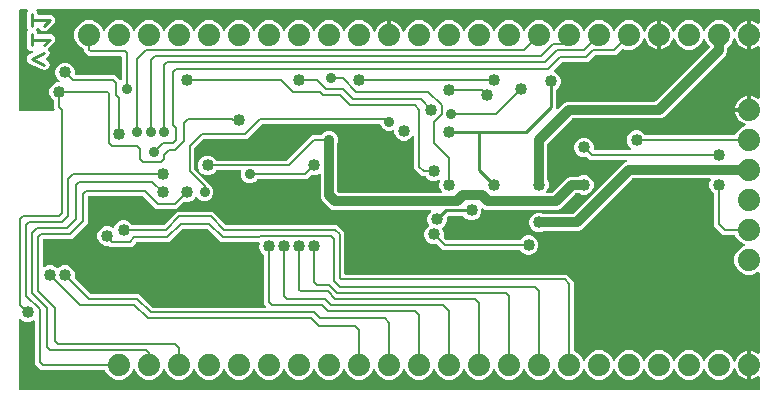
<source format=gbr>
G04 EAGLE Gerber RS-274X export*
G75*
%MOMM*%
%FSLAX34Y34*%
%LPD*%
%INBottom Copper*%
%IPPOS*%
%AMOC8*
5,1,8,0,0,1.08239X$1,22.5*%
G01*
%ADD10C,0.279400*%
%ADD11C,1.879600*%
%ADD12C,0.889000*%
%ADD13C,0.203200*%
%ADD14C,1.016000*%
%ADD15C,0.812800*%
%ADD16C,0.254000*%

G36*
X623374Y9D02*
X623374Y9D01*
X623432Y8D01*
X623514Y29D01*
X623597Y41D01*
X623651Y65D01*
X623707Y79D01*
X623780Y122D01*
X623857Y157D01*
X623902Y195D01*
X623952Y225D01*
X624010Y286D01*
X624074Y341D01*
X624106Y389D01*
X624146Y432D01*
X624185Y507D01*
X624231Y577D01*
X624249Y633D01*
X624276Y685D01*
X624287Y753D01*
X624317Y848D01*
X624320Y948D01*
X624331Y1016D01*
X624331Y11766D01*
X625096Y11645D01*
X626883Y11064D01*
X628557Y10211D01*
X629577Y9470D01*
X629659Y9427D01*
X629735Y9376D01*
X629784Y9360D01*
X629828Y9337D01*
X629918Y9318D01*
X630006Y9290D01*
X630057Y9289D01*
X630107Y9278D01*
X630198Y9285D01*
X630290Y9283D01*
X630339Y9295D01*
X630390Y9299D01*
X630477Y9331D01*
X630565Y9354D01*
X630609Y9380D01*
X630657Y9398D01*
X630731Y9453D01*
X630810Y9500D01*
X630845Y9537D01*
X630885Y9567D01*
X630941Y9640D01*
X631004Y9707D01*
X631027Y9752D01*
X631058Y9792D01*
X631092Y9878D01*
X631134Y9960D01*
X631141Y10004D01*
X631162Y10057D01*
X631177Y10215D01*
X631189Y10291D01*
X631189Y77736D01*
X631185Y77765D01*
X631188Y77794D01*
X631165Y77905D01*
X631149Y78017D01*
X631137Y78044D01*
X631132Y78073D01*
X631080Y78173D01*
X631033Y78277D01*
X631014Y78299D01*
X631001Y78325D01*
X630923Y78407D01*
X630850Y78494D01*
X630825Y78510D01*
X630805Y78531D01*
X630707Y78589D01*
X630613Y78651D01*
X630585Y78660D01*
X630560Y78675D01*
X630450Y78703D01*
X630342Y78737D01*
X630313Y78738D01*
X630284Y78745D01*
X630171Y78742D01*
X630058Y78744D01*
X630029Y78737D01*
X630000Y78736D01*
X629892Y78701D01*
X629783Y78673D01*
X629757Y78658D01*
X629729Y78649D01*
X629666Y78603D01*
X629538Y78527D01*
X629495Y78482D01*
X629456Y78454D01*
X629350Y78348D01*
X624776Y76453D01*
X619824Y76453D01*
X615249Y78348D01*
X611748Y81849D01*
X609853Y86424D01*
X609853Y91376D01*
X611748Y95951D01*
X615249Y99452D01*
X618171Y100662D01*
X618196Y100677D01*
X618224Y100686D01*
X618319Y100749D01*
X618416Y100807D01*
X618436Y100828D01*
X618461Y100844D01*
X618533Y100931D01*
X618611Y101013D01*
X618625Y101039D01*
X618643Y101062D01*
X618689Y101165D01*
X618741Y101266D01*
X618747Y101295D01*
X618759Y101322D01*
X618775Y101434D01*
X618796Y101545D01*
X618794Y101574D01*
X618798Y101603D01*
X618782Y101715D01*
X618772Y101828D01*
X618761Y101855D01*
X618757Y101884D01*
X618711Y101988D01*
X618670Y102093D01*
X618652Y102117D01*
X618640Y102144D01*
X618567Y102230D01*
X618498Y102320D01*
X618475Y102338D01*
X618456Y102360D01*
X618389Y102402D01*
X618271Y102490D01*
X618212Y102512D01*
X618171Y102538D01*
X615249Y103748D01*
X611748Y107249D01*
X610771Y109609D01*
X610770Y109610D01*
X610770Y109611D01*
X610700Y109729D01*
X610627Y109853D01*
X610625Y109854D01*
X610625Y109856D01*
X610521Y109953D01*
X610420Y110049D01*
X610418Y110049D01*
X610417Y110050D01*
X610291Y110115D01*
X610167Y110179D01*
X610166Y110179D01*
X610164Y110180D01*
X610149Y110182D01*
X609888Y110234D01*
X609858Y110231D01*
X609833Y110235D01*
X600296Y110235D01*
X592835Y117696D01*
X592835Y144607D01*
X592835Y144608D01*
X592835Y144610D01*
X592816Y144744D01*
X592795Y144888D01*
X592795Y144890D01*
X592795Y144891D01*
X592737Y145018D01*
X592679Y145148D01*
X592678Y145149D01*
X592677Y145150D01*
X592585Y145259D01*
X592496Y145365D01*
X592494Y145366D01*
X592493Y145367D01*
X592480Y145375D01*
X592328Y145477D01*
X590009Y147795D01*
X588771Y150783D01*
X588771Y154017D01*
X589834Y156583D01*
X589863Y156695D01*
X589898Y156804D01*
X589898Y156832D01*
X589905Y156859D01*
X589902Y156973D01*
X589905Y157088D01*
X589898Y157115D01*
X589897Y157143D01*
X589862Y157252D01*
X589833Y157363D01*
X589819Y157387D01*
X589811Y157414D01*
X589747Y157509D01*
X589688Y157608D01*
X589668Y157627D01*
X589652Y157650D01*
X589564Y157724D01*
X589481Y157802D01*
X589456Y157815D01*
X589435Y157833D01*
X589330Y157879D01*
X589227Y157932D01*
X589203Y157936D01*
X589175Y157948D01*
X588911Y157985D01*
X588896Y157987D01*
X524067Y157987D01*
X523980Y157975D01*
X523893Y157972D01*
X523840Y157955D01*
X523785Y157947D01*
X523705Y157912D01*
X523622Y157885D01*
X523583Y157857D01*
X523526Y157831D01*
X523413Y157735D01*
X523349Y157690D01*
X480279Y114620D01*
X477665Y113537D01*
X448772Y113537D01*
X448741Y113533D01*
X448710Y113535D01*
X448634Y113518D01*
X448490Y113497D01*
X448431Y113471D01*
X448383Y113460D01*
X446117Y112521D01*
X442883Y112521D01*
X439895Y113759D01*
X437609Y116045D01*
X436371Y119033D01*
X436371Y122267D01*
X437609Y125255D01*
X439895Y127541D01*
X442883Y128779D01*
X446117Y128779D01*
X448383Y127840D01*
X448413Y127832D01*
X448441Y127818D01*
X448518Y127805D01*
X448658Y127769D01*
X448723Y127771D01*
X448772Y127763D01*
X472883Y127763D01*
X472970Y127775D01*
X473057Y127778D01*
X473110Y127795D01*
X473165Y127803D01*
X473245Y127838D01*
X473328Y127865D01*
X473367Y127893D01*
X473424Y127919D01*
X473537Y128015D01*
X473601Y128060D01*
X516671Y171130D01*
X518245Y171782D01*
X518319Y171826D01*
X518398Y171861D01*
X518441Y171898D01*
X518490Y171927D01*
X518549Y171989D01*
X518615Y172045D01*
X518646Y172092D01*
X518685Y172133D01*
X518725Y172210D01*
X518772Y172281D01*
X518790Y172335D01*
X518816Y172386D01*
X518832Y172470D01*
X518858Y172552D01*
X518860Y172609D01*
X518871Y172665D01*
X518863Y172750D01*
X518866Y172836D01*
X518851Y172891D01*
X518846Y172948D01*
X518815Y173029D01*
X518794Y173111D01*
X518765Y173160D01*
X518744Y173213D01*
X518692Y173282D01*
X518648Y173356D01*
X518607Y173395D01*
X518573Y173440D01*
X518504Y173492D01*
X518441Y173550D01*
X518390Y173576D01*
X518345Y173610D01*
X518265Y173641D01*
X518188Y173680D01*
X518139Y173688D01*
X518079Y173711D01*
X517934Y173722D01*
X517857Y173735D01*
X487266Y173735D01*
X485236Y175765D01*
X485235Y175766D01*
X485234Y175767D01*
X485116Y175856D01*
X485009Y175936D01*
X485008Y175937D01*
X485006Y175938D01*
X484873Y175988D01*
X484744Y176037D01*
X484742Y176037D01*
X484740Y176038D01*
X484602Y176049D01*
X484460Y176061D01*
X484459Y176061D01*
X484457Y176061D01*
X484442Y176057D01*
X484263Y176021D01*
X480983Y176021D01*
X477995Y177259D01*
X475709Y179545D01*
X474471Y182533D01*
X474471Y185767D01*
X475709Y188755D01*
X477995Y191041D01*
X480983Y192279D01*
X484217Y192279D01*
X487205Y191041D01*
X489491Y188755D01*
X490729Y185767D01*
X490729Y182880D01*
X490737Y182822D01*
X490735Y182764D01*
X490757Y182682D01*
X490769Y182598D01*
X490792Y182545D01*
X490807Y182489D01*
X490850Y182416D01*
X490885Y182339D01*
X490923Y182294D01*
X490952Y182244D01*
X491014Y182186D01*
X491068Y182122D01*
X491117Y182090D01*
X491160Y182050D01*
X491235Y182011D01*
X491305Y181964D01*
X491361Y181947D01*
X491413Y181920D01*
X491481Y181909D01*
X491576Y181879D01*
X491676Y181876D01*
X491744Y181865D01*
X521738Y181865D01*
X521768Y181869D01*
X521797Y181866D01*
X521908Y181889D01*
X522020Y181905D01*
X522047Y181917D01*
X522075Y181922D01*
X522176Y181975D01*
X522279Y182021D01*
X522302Y182040D01*
X522328Y182053D01*
X522410Y182131D01*
X522496Y182204D01*
X522513Y182229D01*
X522534Y182249D01*
X522591Y182347D01*
X522654Y182441D01*
X522663Y182469D01*
X522678Y182494D01*
X522706Y182604D01*
X522740Y182712D01*
X522741Y182742D01*
X522748Y182770D01*
X522744Y182883D01*
X522747Y182996D01*
X522740Y183025D01*
X522739Y183054D01*
X522704Y183162D01*
X522675Y183271D01*
X522660Y183297D01*
X522651Y183325D01*
X522606Y183388D01*
X522530Y183516D01*
X522484Y183559D01*
X522456Y183598D01*
X520159Y185895D01*
X518921Y188883D01*
X518921Y192117D01*
X520159Y195105D01*
X522445Y197391D01*
X525433Y198629D01*
X528667Y198629D01*
X531655Y197391D01*
X533978Y195067D01*
X534050Y194947D01*
X534051Y194946D01*
X534052Y194944D01*
X534154Y194849D01*
X534256Y194752D01*
X534258Y194751D01*
X534259Y194750D01*
X534384Y194686D01*
X534509Y194621D01*
X534511Y194621D01*
X534512Y194620D01*
X534527Y194618D01*
X534788Y194566D01*
X534819Y194569D01*
X534843Y194565D01*
X609833Y194565D01*
X609835Y194565D01*
X609836Y194565D01*
X609975Y194585D01*
X610115Y194605D01*
X610116Y194605D01*
X610118Y194605D01*
X610243Y194662D01*
X610374Y194721D01*
X610375Y194722D01*
X610377Y194723D01*
X610484Y194814D01*
X610591Y194904D01*
X610592Y194906D01*
X610593Y194907D01*
X610601Y194920D01*
X610749Y195141D01*
X610758Y195170D01*
X610771Y195191D01*
X611748Y197551D01*
X615249Y201052D01*
X618911Y202569D01*
X618971Y202604D01*
X619035Y202630D01*
X619093Y202676D01*
X619156Y202713D01*
X619204Y202763D01*
X619258Y202806D01*
X619301Y202866D01*
X619351Y202920D01*
X619383Y202981D01*
X619423Y203038D01*
X619448Y203107D01*
X619482Y203173D01*
X619495Y203240D01*
X619518Y203306D01*
X619522Y203379D01*
X619537Y203452D01*
X619531Y203520D01*
X619535Y203589D01*
X619519Y203661D01*
X619512Y203735D01*
X619487Y203799D01*
X619472Y203867D01*
X619437Y203931D01*
X619410Y204000D01*
X619369Y204055D01*
X619335Y204116D01*
X619283Y204168D01*
X619239Y204227D01*
X619183Y204268D01*
X619134Y204317D01*
X619079Y204346D01*
X619011Y204397D01*
X618903Y204438D01*
X618837Y204472D01*
X617717Y204836D01*
X616043Y205689D01*
X614522Y206794D01*
X613194Y208122D01*
X612089Y209643D01*
X611236Y211317D01*
X610655Y213104D01*
X610534Y213869D01*
X621284Y213869D01*
X621342Y213877D01*
X621400Y213875D01*
X621482Y213897D01*
X621565Y213909D01*
X621619Y213933D01*
X621675Y213947D01*
X621748Y213990D01*
X621825Y214025D01*
X621869Y214063D01*
X621920Y214093D01*
X621977Y214154D01*
X622042Y214209D01*
X622074Y214257D01*
X622114Y214300D01*
X622153Y214375D01*
X622199Y214445D01*
X622217Y214501D01*
X622244Y214553D01*
X622255Y214621D01*
X622285Y214716D01*
X622288Y214816D01*
X622299Y214884D01*
X622299Y215901D01*
X623316Y215901D01*
X623374Y215909D01*
X623432Y215908D01*
X623514Y215929D01*
X623597Y215941D01*
X623651Y215965D01*
X623707Y215979D01*
X623780Y216022D01*
X623857Y216057D01*
X623902Y216095D01*
X623952Y216125D01*
X624010Y216186D01*
X624074Y216241D01*
X624106Y216289D01*
X624146Y216332D01*
X624185Y216407D01*
X624231Y216477D01*
X624249Y216533D01*
X624276Y216585D01*
X624287Y216653D01*
X624317Y216748D01*
X624320Y216848D01*
X624331Y216916D01*
X624331Y227666D01*
X625096Y227545D01*
X626883Y226964D01*
X628557Y226111D01*
X629577Y225370D01*
X629659Y225327D01*
X629735Y225276D01*
X629784Y225260D01*
X629828Y225237D01*
X629918Y225218D01*
X630006Y225190D01*
X630057Y225189D01*
X630107Y225178D01*
X630198Y225185D01*
X630290Y225183D01*
X630339Y225195D01*
X630390Y225199D01*
X630477Y225231D01*
X630565Y225254D01*
X630609Y225280D01*
X630657Y225298D01*
X630731Y225353D01*
X630810Y225400D01*
X630845Y225437D01*
X630885Y225467D01*
X630941Y225540D01*
X631004Y225607D01*
X631027Y225652D01*
X631058Y225692D01*
X631092Y225778D01*
X631134Y225860D01*
X631141Y225904D01*
X631162Y225957D01*
X631177Y226115D01*
X631189Y226191D01*
X631189Y269109D01*
X631176Y269200D01*
X631173Y269292D01*
X631157Y269340D01*
X631149Y269390D01*
X631112Y269474D01*
X631083Y269562D01*
X631054Y269603D01*
X631033Y269650D01*
X630974Y269720D01*
X630922Y269796D01*
X630882Y269828D01*
X630850Y269867D01*
X630773Y269918D01*
X630702Y269976D01*
X630655Y269996D01*
X630613Y270024D01*
X630525Y270052D01*
X630441Y270088D01*
X630390Y270095D01*
X630342Y270110D01*
X630250Y270112D01*
X630159Y270124D01*
X630108Y270116D01*
X630058Y270117D01*
X629969Y270094D01*
X629878Y270080D01*
X629838Y270060D01*
X629783Y270046D01*
X629646Y269965D01*
X629577Y269930D01*
X628557Y269189D01*
X626883Y268336D01*
X625096Y267755D01*
X624331Y267634D01*
X624331Y278384D01*
X624323Y278442D01*
X624325Y278500D01*
X624303Y278582D01*
X624291Y278665D01*
X624267Y278719D01*
X624253Y278775D01*
X624210Y278848D01*
X624175Y278925D01*
X624137Y278969D01*
X624107Y279020D01*
X624046Y279077D01*
X623991Y279142D01*
X623943Y279174D01*
X623900Y279214D01*
X623825Y279253D01*
X623755Y279299D01*
X623699Y279317D01*
X623647Y279344D01*
X623579Y279355D01*
X623484Y279385D01*
X623384Y279388D01*
X623316Y279399D01*
X621284Y279399D01*
X621226Y279391D01*
X621168Y279392D01*
X621086Y279371D01*
X621003Y279359D01*
X620949Y279335D01*
X620893Y279321D01*
X620820Y279278D01*
X620743Y279243D01*
X620698Y279205D01*
X620648Y279175D01*
X620590Y279114D01*
X620526Y279059D01*
X620494Y279011D01*
X620454Y278968D01*
X620415Y278893D01*
X620369Y278823D01*
X620351Y278767D01*
X620324Y278715D01*
X620313Y278647D01*
X620283Y278552D01*
X620280Y278452D01*
X620269Y278384D01*
X620269Y267634D01*
X619504Y267755D01*
X617717Y268336D01*
X616043Y269189D01*
X614522Y270294D01*
X613194Y271622D01*
X612089Y273143D01*
X611236Y274817D01*
X610872Y275937D01*
X610842Y275999D01*
X610821Y276065D01*
X610780Y276126D01*
X610747Y276192D01*
X610701Y276243D01*
X610662Y276301D01*
X610606Y276348D01*
X610557Y276403D01*
X610498Y276439D01*
X610445Y276484D01*
X610378Y276514D01*
X610315Y276553D01*
X610248Y276571D01*
X610185Y276599D01*
X610112Y276609D01*
X610041Y276629D01*
X609972Y276629D01*
X609903Y276638D01*
X609831Y276628D01*
X609757Y276627D01*
X609690Y276607D01*
X609622Y276598D01*
X609555Y276567D01*
X609484Y276546D01*
X609426Y276509D01*
X609363Y276480D01*
X609307Y276433D01*
X609245Y276393D01*
X609199Y276341D01*
X609147Y276296D01*
X609114Y276243D01*
X609057Y276179D01*
X609008Y276075D01*
X608969Y276011D01*
X607452Y272349D01*
X604310Y269208D01*
X604258Y269138D01*
X604198Y269074D01*
X604172Y269025D01*
X604139Y268981D01*
X604108Y268899D01*
X604068Y268821D01*
X604060Y268773D01*
X604038Y268715D01*
X604026Y268567D01*
X604013Y268490D01*
X604013Y265285D01*
X602930Y262671D01*
X550129Y209870D01*
X547515Y208787D01*
X473267Y208787D01*
X473180Y208775D01*
X473093Y208772D01*
X473040Y208755D01*
X472985Y208747D01*
X472905Y208712D01*
X472822Y208685D01*
X472783Y208657D01*
X472726Y208631D01*
X472613Y208535D01*
X472549Y208490D01*
X451910Y187851D01*
X451858Y187781D01*
X451798Y187717D01*
X451772Y187668D01*
X451739Y187624D01*
X451708Y187542D01*
X451668Y187464D01*
X451660Y187417D01*
X451638Y187358D01*
X451626Y187211D01*
X451613Y187133D01*
X451613Y156672D01*
X451617Y156641D01*
X451615Y156610D01*
X451632Y156534D01*
X451653Y156390D01*
X451679Y156331D01*
X451690Y156283D01*
X452629Y154017D01*
X452629Y150783D01*
X451391Y147795D01*
X450872Y147276D01*
X450854Y147252D01*
X450832Y147233D01*
X450769Y147139D01*
X450701Y147049D01*
X450690Y147021D01*
X450674Y146997D01*
X450640Y146889D01*
X450600Y146783D01*
X450597Y146754D01*
X450588Y146726D01*
X450585Y146612D01*
X450576Y146500D01*
X450582Y146471D01*
X450581Y146442D01*
X450610Y146332D01*
X450632Y146221D01*
X450645Y146195D01*
X450653Y146167D01*
X450710Y146069D01*
X450763Y145969D01*
X450783Y145947D01*
X450798Y145922D01*
X450881Y145845D01*
X450959Y145763D01*
X450984Y145748D01*
X451005Y145728D01*
X451106Y145676D01*
X451204Y145619D01*
X451232Y145612D01*
X451258Y145598D01*
X451336Y145585D01*
X451479Y145549D01*
X451542Y145551D01*
X451590Y145543D01*
X455103Y145543D01*
X455190Y145555D01*
X455277Y145558D01*
X455330Y145575D01*
X455385Y145583D01*
X455465Y145618D01*
X455548Y145645D01*
X455587Y145673D01*
X455644Y145699D01*
X455757Y145795D01*
X455821Y145840D01*
X468411Y158430D01*
X471025Y159513D01*
X478328Y159513D01*
X478359Y159517D01*
X478390Y159515D01*
X478466Y159532D01*
X478610Y159553D01*
X478669Y159579D01*
X478717Y159590D01*
X480983Y160529D01*
X484217Y160529D01*
X487205Y159291D01*
X489491Y157005D01*
X490729Y154017D01*
X490729Y150783D01*
X489491Y147795D01*
X487205Y145509D01*
X484217Y144271D01*
X480983Y144271D01*
X478717Y145210D01*
X478687Y145218D01*
X478659Y145232D01*
X478582Y145245D01*
X478442Y145281D01*
X478377Y145279D01*
X478328Y145287D01*
X475807Y145287D01*
X475720Y145275D01*
X475633Y145272D01*
X475580Y145255D01*
X475525Y145247D01*
X475445Y145212D01*
X475362Y145185D01*
X475323Y145157D01*
X475266Y145131D01*
X475153Y145035D01*
X475089Y144990D01*
X462499Y132400D01*
X459885Y131317D01*
X399905Y131317D01*
X397291Y132400D01*
X397212Y132479D01*
X397188Y132497D01*
X397169Y132519D01*
X397075Y132582D01*
X396985Y132650D01*
X396957Y132661D01*
X396933Y132677D01*
X396825Y132711D01*
X396719Y132751D01*
X396690Y132754D01*
X396662Y132763D01*
X396549Y132766D01*
X396436Y132775D01*
X396407Y132769D01*
X396378Y132770D01*
X396268Y132741D01*
X396157Y132719D01*
X396131Y132705D01*
X396103Y132698D01*
X396006Y132640D01*
X395905Y132588D01*
X395883Y132568D01*
X395858Y132553D01*
X395781Y132470D01*
X395699Y132392D01*
X395684Y132367D01*
X395664Y132346D01*
X395612Y132244D01*
X395555Y132147D01*
X395548Y132119D01*
X395534Y132092D01*
X395521Y132015D01*
X395485Y131872D01*
X395487Y131809D01*
X395479Y131761D01*
X395479Y129193D01*
X394241Y126205D01*
X391955Y123919D01*
X388967Y122681D01*
X385733Y122681D01*
X382745Y123919D01*
X380470Y126194D01*
X380401Y126246D01*
X380337Y126306D01*
X380287Y126332D01*
X380243Y126365D01*
X380161Y126396D01*
X380083Y126436D01*
X380036Y126444D01*
X379977Y126466D01*
X379830Y126478D01*
X379752Y126491D01*
X367969Y126491D01*
X367883Y126479D01*
X367795Y126476D01*
X367743Y126459D01*
X367688Y126451D01*
X367608Y126416D01*
X367525Y126389D01*
X367486Y126361D01*
X367429Y126335D01*
X367315Y126239D01*
X367252Y126194D01*
X366566Y125508D01*
X366514Y125439D01*
X366454Y125375D01*
X366428Y125325D01*
X366395Y125281D01*
X366364Y125200D01*
X366324Y125122D01*
X366316Y125074D01*
X366294Y125016D01*
X366282Y124868D01*
X366269Y124791D01*
X366269Y121573D01*
X365031Y118585D01*
X362692Y116247D01*
X362691Y116245D01*
X362690Y116244D01*
X362602Y116126D01*
X362521Y116019D01*
X362521Y116018D01*
X362520Y116017D01*
X362470Y115883D01*
X362420Y115754D01*
X362420Y115752D01*
X362420Y115751D01*
X362408Y115606D01*
X362397Y115470D01*
X362397Y115469D01*
X362397Y115467D01*
X362400Y115452D01*
X362453Y115192D01*
X362467Y115165D01*
X362472Y115140D01*
X363729Y112107D01*
X363729Y108820D01*
X363694Y108685D01*
X363694Y108683D01*
X363693Y108682D01*
X363698Y108543D01*
X363702Y108401D01*
X363702Y108399D01*
X363702Y108397D01*
X363747Y108260D01*
X363788Y108130D01*
X363789Y108129D01*
X363790Y108127D01*
X363799Y108114D01*
X363947Y107894D01*
X363970Y107874D01*
X363985Y107854D01*
X365876Y105962D01*
X365946Y105910D01*
X366010Y105850D01*
X366059Y105824D01*
X366104Y105791D01*
X366185Y105760D01*
X366263Y105720D01*
X366311Y105712D01*
X366369Y105690D01*
X366517Y105678D01*
X366594Y105665D01*
X427817Y105665D01*
X427818Y105665D01*
X427820Y105665D01*
X427959Y105685D01*
X428098Y105705D01*
X428100Y105705D01*
X428101Y105705D01*
X428228Y105763D01*
X428358Y105821D01*
X428359Y105822D01*
X428360Y105823D01*
X428469Y105915D01*
X428575Y106004D01*
X428576Y106006D01*
X428577Y106007D01*
X428585Y106020D01*
X428687Y106172D01*
X431005Y108491D01*
X433993Y109729D01*
X437227Y109729D01*
X440215Y108491D01*
X442501Y106205D01*
X443739Y103217D01*
X443739Y99983D01*
X442501Y96995D01*
X440215Y94709D01*
X437227Y93471D01*
X433993Y93471D01*
X431005Y94709D01*
X428682Y97033D01*
X428610Y97153D01*
X428609Y97154D01*
X428608Y97156D01*
X428507Y97251D01*
X428404Y97348D01*
X428402Y97349D01*
X428401Y97350D01*
X428276Y97414D01*
X428151Y97479D01*
X428149Y97479D01*
X428148Y97480D01*
X428133Y97482D01*
X427872Y97534D01*
X427841Y97531D01*
X427817Y97535D01*
X362806Y97535D01*
X358236Y102105D01*
X358235Y102106D01*
X358234Y102108D01*
X358122Y102191D01*
X358009Y102276D01*
X358008Y102277D01*
X358006Y102278D01*
X357876Y102327D01*
X357744Y102377D01*
X357742Y102377D01*
X357740Y102378D01*
X357598Y102389D01*
X357460Y102401D01*
X357459Y102401D01*
X357457Y102401D01*
X357441Y102397D01*
X357263Y102361D01*
X353983Y102361D01*
X350995Y103599D01*
X348709Y105885D01*
X347471Y108873D01*
X347471Y112107D01*
X348709Y115095D01*
X351048Y117433D01*
X351049Y117435D01*
X351050Y117436D01*
X351132Y117546D01*
X351219Y117661D01*
X351219Y117662D01*
X351220Y117663D01*
X351270Y117795D01*
X351320Y117926D01*
X351320Y117928D01*
X351320Y117929D01*
X351332Y118069D01*
X351343Y118210D01*
X351343Y118211D01*
X351343Y118213D01*
X351339Y118228D01*
X351287Y118488D01*
X351273Y118515D01*
X351268Y118540D01*
X350011Y121573D01*
X350011Y124807D01*
X351249Y127795D01*
X353038Y129584D01*
X353056Y129608D01*
X353078Y129627D01*
X353141Y129721D01*
X353209Y129811D01*
X353220Y129839D01*
X353236Y129863D01*
X353270Y129971D01*
X353310Y130077D01*
X353313Y130106D01*
X353322Y130134D01*
X353325Y130248D01*
X353334Y130360D01*
X353328Y130389D01*
X353329Y130418D01*
X353300Y130528D01*
X353278Y130639D01*
X353265Y130665D01*
X353257Y130693D01*
X353199Y130791D01*
X353147Y130891D01*
X353127Y130913D01*
X353112Y130938D01*
X353029Y131015D01*
X352951Y131097D01*
X352926Y131112D01*
X352905Y131132D01*
X352804Y131184D01*
X352706Y131241D01*
X352678Y131248D01*
X352652Y131262D01*
X352574Y131275D01*
X352431Y131311D01*
X352368Y131309D01*
X352320Y131317D01*
X270365Y131317D01*
X267751Y132400D01*
X260670Y139481D01*
X259587Y142095D01*
X259587Y160906D01*
X259571Y161020D01*
X259561Y161135D01*
X259551Y161160D01*
X259547Y161188D01*
X259500Y161293D01*
X259459Y161400D01*
X259443Y161422D01*
X259431Y161447D01*
X259357Y161535D01*
X259288Y161627D01*
X259265Y161643D01*
X259248Y161664D01*
X259152Y161728D01*
X259060Y161797D01*
X259034Y161807D01*
X259011Y161822D01*
X258901Y161857D01*
X258794Y161897D01*
X258766Y161899D01*
X258740Y161908D01*
X258625Y161911D01*
X258511Y161920D01*
X258486Y161914D01*
X258456Y161915D01*
X258199Y161848D01*
X258183Y161844D01*
X255617Y160781D01*
X252330Y160781D01*
X252195Y160816D01*
X252193Y160816D01*
X252192Y160817D01*
X252051Y160812D01*
X251911Y160808D01*
X251909Y160808D01*
X251907Y160808D01*
X251773Y160764D01*
X251640Y160721D01*
X251638Y160721D01*
X251637Y160720D01*
X251625Y160711D01*
X251404Y160563D01*
X251384Y160540D01*
X251364Y160525D01*
X248064Y157225D01*
X206344Y157225D01*
X206257Y157213D01*
X206170Y157210D01*
X206117Y157193D01*
X206062Y157185D01*
X205982Y157150D01*
X205899Y157123D01*
X205860Y157095D01*
X205803Y157069D01*
X205689Y156973D01*
X205626Y156928D01*
X203635Y154937D01*
X200881Y153796D01*
X197899Y153796D01*
X195145Y154937D01*
X193037Y157045D01*
X191896Y159799D01*
X191896Y162781D01*
X192170Y163441D01*
X192199Y163553D01*
X192233Y163662D01*
X192234Y163690D01*
X192241Y163717D01*
X192238Y163831D01*
X192241Y163946D01*
X192234Y163973D01*
X192233Y164001D01*
X192198Y164110D01*
X192169Y164221D01*
X192155Y164245D01*
X192146Y164272D01*
X192082Y164367D01*
X192024Y164466D01*
X192003Y164485D01*
X191988Y164508D01*
X191900Y164582D01*
X191816Y164660D01*
X191792Y164673D01*
X191770Y164691D01*
X191665Y164738D01*
X191563Y164790D01*
X191539Y164794D01*
X191511Y164806D01*
X191247Y164843D01*
X191232Y164845D01*
X171623Y164845D01*
X171622Y164845D01*
X171620Y164845D01*
X171481Y164825D01*
X171342Y164805D01*
X171340Y164805D01*
X171339Y164805D01*
X171212Y164747D01*
X171082Y164689D01*
X171081Y164688D01*
X171080Y164687D01*
X170969Y164593D01*
X170865Y164506D01*
X170864Y164504D01*
X170863Y164503D01*
X170855Y164490D01*
X170753Y164338D01*
X168435Y162019D01*
X165447Y160781D01*
X162213Y160781D01*
X159225Y162019D01*
X156939Y164305D01*
X155701Y167293D01*
X155701Y170527D01*
X156939Y173515D01*
X159225Y175801D01*
X162213Y177039D01*
X165447Y177039D01*
X168435Y175801D01*
X170758Y173477D01*
X170830Y173357D01*
X170831Y173356D01*
X170832Y173354D01*
X170934Y173259D01*
X171036Y173162D01*
X171038Y173161D01*
X171039Y173160D01*
X171164Y173096D01*
X171289Y173031D01*
X171291Y173031D01*
X171292Y173030D01*
X171307Y173028D01*
X171568Y172976D01*
X171599Y172979D01*
X171623Y172975D01*
X230306Y172975D01*
X230392Y172987D01*
X230480Y172990D01*
X230532Y173007D01*
X230587Y173015D01*
X230667Y173050D01*
X230750Y173077D01*
X230790Y173105D01*
X230847Y173131D01*
X230960Y173227D01*
X231024Y173272D01*
X252316Y194565D01*
X259746Y194565D01*
X259833Y194577D01*
X259920Y194580D01*
X259973Y194597D01*
X260028Y194605D01*
X260108Y194640D01*
X260191Y194667D01*
X260230Y194695D01*
X260287Y194721D01*
X260401Y194817D01*
X260464Y194862D01*
X262455Y196853D01*
X265209Y197994D01*
X268191Y197994D01*
X270945Y196853D01*
X273053Y194745D01*
X274194Y191991D01*
X274194Y189009D01*
X273890Y188276D01*
X273882Y188246D01*
X273868Y188219D01*
X273855Y188141D01*
X273819Y188001D01*
X273821Y187937D01*
X273813Y187888D01*
X273813Y146877D01*
X273819Y146829D01*
X273819Y146826D01*
X273821Y146822D01*
X273825Y146790D01*
X273828Y146703D01*
X273845Y146650D01*
X273853Y146595D01*
X273888Y146515D01*
X273915Y146432D01*
X273943Y146393D01*
X273969Y146336D01*
X274065Y146223D01*
X274110Y146159D01*
X274429Y145840D01*
X274499Y145788D01*
X274563Y145728D01*
X274612Y145702D01*
X274656Y145669D01*
X274738Y145638D01*
X274816Y145598D01*
X274863Y145590D01*
X274922Y145568D01*
X275069Y145556D01*
X275147Y145543D01*
X361210Y145543D01*
X361240Y145547D01*
X361269Y145544D01*
X361380Y145567D01*
X361492Y145583D01*
X361519Y145595D01*
X361548Y145600D01*
X361648Y145653D01*
X361751Y145699D01*
X361774Y145718D01*
X361800Y145731D01*
X361882Y145809D01*
X361968Y145882D01*
X361985Y145907D01*
X362006Y145927D01*
X362063Y146025D01*
X362126Y146119D01*
X362135Y146147D01*
X362150Y146172D01*
X362178Y146282D01*
X362212Y146390D01*
X362213Y146420D01*
X362220Y146448D01*
X362216Y146561D01*
X362219Y146674D01*
X362212Y146703D01*
X362211Y146732D01*
X362176Y146840D01*
X362147Y146949D01*
X362132Y146975D01*
X362123Y147003D01*
X362078Y147067D01*
X362002Y147194D01*
X361956Y147237D01*
X361928Y147276D01*
X361409Y147795D01*
X360171Y150783D01*
X360171Y154017D01*
X360687Y155263D01*
X360695Y155291D01*
X360708Y155317D01*
X360730Y155428D01*
X360758Y155538D01*
X360757Y155567D01*
X360763Y155596D01*
X360753Y155709D01*
X360750Y155822D01*
X360741Y155850D01*
X360739Y155879D01*
X360698Y155985D01*
X360664Y156093D01*
X360647Y156118D01*
X360637Y156145D01*
X360568Y156235D01*
X360505Y156329D01*
X360483Y156348D01*
X360465Y156371D01*
X360374Y156439D01*
X360288Y156512D01*
X360261Y156524D01*
X360237Y156542D01*
X360131Y156582D01*
X360028Y156628D01*
X359999Y156632D01*
X359971Y156642D01*
X359858Y156651D01*
X359746Y156667D01*
X359717Y156662D01*
X359688Y156665D01*
X359611Y156647D01*
X359465Y156626D01*
X359408Y156600D01*
X359361Y156589D01*
X357217Y155701D01*
X353983Y155701D01*
X350995Y156939D01*
X348672Y159263D01*
X348600Y159383D01*
X348599Y159384D01*
X348598Y159386D01*
X348496Y159481D01*
X348394Y159578D01*
X348392Y159579D01*
X348391Y159580D01*
X348266Y159644D01*
X348141Y159709D01*
X348139Y159709D01*
X348138Y159710D01*
X348123Y159712D01*
X347862Y159764D01*
X347831Y159761D01*
X347807Y159765D01*
X345026Y159765D01*
X338835Y165956D01*
X338835Y192808D01*
X338831Y192838D01*
X338834Y192867D01*
X338811Y192978D01*
X338795Y193090D01*
X338783Y193117D01*
X338778Y193145D01*
X338725Y193246D01*
X338679Y193349D01*
X338660Y193372D01*
X338647Y193398D01*
X338569Y193480D01*
X338496Y193566D01*
X338471Y193583D01*
X338451Y193604D01*
X338353Y193661D01*
X338259Y193724D01*
X338231Y193733D01*
X338206Y193748D01*
X338096Y193776D01*
X337988Y193810D01*
X337958Y193811D01*
X337930Y193818D01*
X337817Y193814D01*
X337704Y193817D01*
X337675Y193810D01*
X337646Y193809D01*
X337538Y193774D01*
X337429Y193745D01*
X337403Y193730D01*
X337375Y193721D01*
X337312Y193676D01*
X337184Y193600D01*
X337141Y193554D01*
X337102Y193526D01*
X334805Y191229D01*
X331817Y189991D01*
X328583Y189991D01*
X325595Y191229D01*
X323309Y193515D01*
X322071Y196503D01*
X322071Y198003D01*
X322055Y198117D01*
X322045Y198231D01*
X322035Y198257D01*
X322031Y198284D01*
X321984Y198389D01*
X321943Y198496D01*
X321927Y198518D01*
X321915Y198544D01*
X321841Y198632D01*
X321772Y198723D01*
X321749Y198740D01*
X321732Y198761D01*
X321636Y198825D01*
X321544Y198893D01*
X321518Y198903D01*
X321495Y198918D01*
X321385Y198953D01*
X321278Y198994D01*
X321250Y198996D01*
X321224Y199004D01*
X321109Y199007D01*
X320995Y199016D01*
X320970Y199011D01*
X320940Y199011D01*
X320683Y198944D01*
X320667Y198941D01*
X318991Y198246D01*
X316009Y198246D01*
X313255Y199387D01*
X311147Y201495D01*
X310280Y203589D01*
X310279Y203590D01*
X310279Y203591D01*
X310207Y203712D01*
X310136Y203833D01*
X310134Y203834D01*
X310134Y203836D01*
X310030Y203933D01*
X309929Y204029D01*
X309927Y204029D01*
X309926Y204030D01*
X309801Y204095D01*
X309676Y204159D01*
X309675Y204159D01*
X309673Y204160D01*
X309658Y204162D01*
X309397Y204214D01*
X309367Y204211D01*
X309342Y204215D01*
X210384Y204215D01*
X210298Y204203D01*
X210210Y204200D01*
X210158Y204183D01*
X210103Y204175D01*
X210023Y204140D01*
X209940Y204113D01*
X209900Y204085D01*
X209843Y204059D01*
X209730Y203963D01*
X209666Y203918D01*
X197264Y191515D01*
X160854Y191515D01*
X160768Y191503D01*
X160680Y191500D01*
X160628Y191483D01*
X160573Y191475D01*
X160493Y191440D01*
X160410Y191413D01*
X160370Y191385D01*
X160313Y191359D01*
X160200Y191263D01*
X160136Y191218D01*
X152952Y184034D01*
X152900Y183964D01*
X152840Y183900D01*
X152814Y183851D01*
X152781Y183806D01*
X152750Y183725D01*
X152710Y183647D01*
X152702Y183599D01*
X152680Y183541D01*
X152668Y183393D01*
X152655Y183316D01*
X152655Y165934D01*
X152667Y165848D01*
X152670Y165760D01*
X152687Y165708D01*
X152695Y165653D01*
X152730Y165573D01*
X152757Y165490D01*
X152785Y165450D01*
X152811Y165393D01*
X152907Y165280D01*
X152952Y165216D01*
X165385Y152784D01*
X165387Y152777D01*
X165395Y152722D01*
X165430Y152642D01*
X165457Y152559D01*
X165485Y152520D01*
X165511Y152463D01*
X165607Y152349D01*
X165652Y152286D01*
X167643Y150295D01*
X168784Y147541D01*
X168784Y144559D01*
X167643Y141805D01*
X165535Y139697D01*
X162781Y138556D01*
X159799Y138556D01*
X157045Y139697D01*
X154932Y141810D01*
X154928Y141823D01*
X154865Y141917D01*
X154807Y142015D01*
X154786Y142035D01*
X154769Y142059D01*
X154683Y142132D01*
X154600Y142210D01*
X154574Y142224D01*
X154552Y142242D01*
X154449Y142288D01*
X154348Y142340D01*
X154319Y142346D01*
X154292Y142358D01*
X154180Y142373D01*
X154069Y142395D01*
X154040Y142393D01*
X154010Y142397D01*
X153898Y142381D01*
X153786Y142371D01*
X153758Y142360D01*
X153729Y142356D01*
X153626Y142309D01*
X153520Y142269D01*
X153497Y142251D01*
X153470Y142239D01*
X153384Y142166D01*
X153294Y142097D01*
X153276Y142074D01*
X153254Y142055D01*
X153212Y141988D01*
X153123Y141870D01*
X153101Y141811D01*
X153076Y141770D01*
X152941Y141445D01*
X150655Y139159D01*
X147667Y137921D01*
X144380Y137921D01*
X144245Y137956D01*
X144243Y137956D01*
X144242Y137957D01*
X144101Y137952D01*
X143961Y137948D01*
X143959Y137948D01*
X143957Y137948D01*
X143823Y137904D01*
X143690Y137861D01*
X143688Y137861D01*
X143687Y137860D01*
X143675Y137851D01*
X143454Y137703D01*
X143434Y137680D01*
X143414Y137665D01*
X137574Y131825D01*
X120236Y131825D01*
X109104Y142958D01*
X109034Y143010D01*
X108970Y143070D01*
X108921Y143096D01*
X108876Y143129D01*
X108795Y143160D01*
X108717Y143200D01*
X108669Y143208D01*
X108611Y143230D01*
X108463Y143242D01*
X108386Y143255D01*
X63500Y143255D01*
X63442Y143247D01*
X63384Y143249D01*
X63302Y143227D01*
X63218Y143215D01*
X63165Y143192D01*
X63109Y143177D01*
X63036Y143134D01*
X62959Y143099D01*
X62914Y143061D01*
X62864Y143032D01*
X62806Y142970D01*
X62742Y142916D01*
X62710Y142867D01*
X62670Y142824D01*
X62631Y142749D01*
X62584Y142679D01*
X62567Y142623D01*
X62540Y142571D01*
X62529Y142503D01*
X62499Y142408D01*
X62496Y142308D01*
X62485Y142240D01*
X62485Y120236D01*
X48674Y106425D01*
X25400Y106425D01*
X25342Y106417D01*
X25284Y106419D01*
X25202Y106397D01*
X25118Y106385D01*
X25065Y106362D01*
X25009Y106347D01*
X24936Y106304D01*
X24859Y106269D01*
X24814Y106231D01*
X24764Y106202D01*
X24706Y106140D01*
X24642Y106086D01*
X24610Y106037D01*
X24570Y105994D01*
X24531Y105919D01*
X24484Y105849D01*
X24467Y105793D01*
X24440Y105741D01*
X24429Y105673D01*
X24399Y105578D01*
X24396Y105478D01*
X24385Y105410D01*
X24385Y83993D01*
X24393Y83936D01*
X24391Y83880D01*
X24405Y83827D01*
X24411Y83765D01*
X24421Y83739D01*
X24425Y83712D01*
X24451Y83653D01*
X24463Y83605D01*
X24488Y83563D01*
X24513Y83500D01*
X24529Y83478D01*
X24541Y83452D01*
X24586Y83399D01*
X24608Y83361D01*
X24640Y83331D01*
X24684Y83273D01*
X24707Y83256D01*
X24724Y83235D01*
X24786Y83194D01*
X24816Y83166D01*
X24851Y83148D01*
X24912Y83103D01*
X24938Y83093D01*
X24961Y83078D01*
X25036Y83054D01*
X25069Y83037D01*
X25100Y83032D01*
X25178Y83002D01*
X25206Y83000D01*
X25232Y82992D01*
X25347Y82989D01*
X25364Y82988D01*
X25400Y82982D01*
X25409Y82982D01*
X25420Y82983D01*
X25461Y82980D01*
X25486Y82985D01*
X25516Y82985D01*
X25618Y83011D01*
X25690Y83021D01*
X25737Y83042D01*
X25773Y83052D01*
X25789Y83055D01*
X28863Y84329D01*
X32097Y84329D01*
X35085Y83091D01*
X36112Y82064D01*
X36159Y82029D01*
X36199Y81986D01*
X36272Y81943D01*
X36339Y81893D01*
X36394Y81872D01*
X36444Y81842D01*
X36526Y81822D01*
X36605Y81792D01*
X36663Y81787D01*
X36720Y81772D01*
X36804Y81775D01*
X36888Y81768D01*
X36946Y81779D01*
X37004Y81781D01*
X37084Y81807D01*
X37167Y81824D01*
X37219Y81851D01*
X37275Y81869D01*
X37331Y81909D01*
X37419Y81955D01*
X37492Y82024D01*
X37548Y82064D01*
X38575Y83091D01*
X41563Y84329D01*
X44797Y84329D01*
X47785Y83091D01*
X50071Y80805D01*
X51309Y77817D01*
X51309Y74530D01*
X51274Y74395D01*
X51274Y74393D01*
X51273Y74392D01*
X51278Y74251D01*
X51282Y74111D01*
X51282Y74109D01*
X51282Y74107D01*
X51326Y73973D01*
X51369Y73840D01*
X51369Y73838D01*
X51370Y73837D01*
X51379Y73825D01*
X51527Y73604D01*
X51550Y73584D01*
X51565Y73564D01*
X64886Y60242D01*
X64956Y60190D01*
X65020Y60130D01*
X65069Y60104D01*
X65114Y60071D01*
X65195Y60040D01*
X65273Y60000D01*
X65321Y59992D01*
X65379Y59970D01*
X65527Y59958D01*
X65604Y59945D01*
X105824Y59945D01*
X116956Y48812D01*
X117026Y48760D01*
X117090Y48700D01*
X117139Y48674D01*
X117184Y48641D01*
X117265Y48610D01*
X117343Y48570D01*
X117391Y48562D01*
X117449Y48540D01*
X117597Y48528D01*
X117674Y48515D01*
X212526Y48515D01*
X212555Y48519D01*
X212584Y48516D01*
X212695Y48539D01*
X212807Y48555D01*
X212834Y48567D01*
X212863Y48572D01*
X212964Y48625D01*
X213067Y48671D01*
X213089Y48690D01*
X213115Y48703D01*
X213197Y48781D01*
X213284Y48854D01*
X213300Y48879D01*
X213321Y48899D01*
X213378Y48997D01*
X213441Y49091D01*
X213450Y49119D01*
X213465Y49144D01*
X213493Y49254D01*
X213527Y49362D01*
X213528Y49392D01*
X213535Y49420D01*
X213532Y49533D01*
X213534Y49646D01*
X213527Y49675D01*
X213526Y49704D01*
X213491Y49812D01*
X213463Y49921D01*
X213448Y49947D01*
X213439Y49975D01*
X213393Y50039D01*
X213317Y50166D01*
X213272Y50209D01*
X213244Y50248D01*
X211835Y51656D01*
X211835Y92537D01*
X211835Y92538D01*
X211835Y92540D01*
X211815Y92679D01*
X211795Y92818D01*
X211795Y92820D01*
X211795Y92821D01*
X211737Y92948D01*
X211679Y93078D01*
X211678Y93079D01*
X211677Y93080D01*
X211585Y93189D01*
X211496Y93295D01*
X211494Y93296D01*
X211493Y93297D01*
X211480Y93305D01*
X211328Y93407D01*
X209009Y95725D01*
X207771Y98713D01*
X207771Y101947D01*
X207993Y102481D01*
X208021Y102593D01*
X208056Y102702D01*
X208057Y102730D01*
X208064Y102757D01*
X208060Y102871D01*
X208063Y102986D01*
X208056Y103013D01*
X208055Y103041D01*
X208021Y103150D01*
X207991Y103261D01*
X207977Y103285D01*
X207969Y103312D01*
X207905Y103407D01*
X207846Y103506D01*
X207826Y103525D01*
X207811Y103548D01*
X207723Y103622D01*
X207639Y103700D01*
X207614Y103713D01*
X207593Y103731D01*
X207488Y103777D01*
X207386Y103830D01*
X207361Y103834D01*
X207333Y103846D01*
X207069Y103883D01*
X207055Y103885D01*
X174846Y103885D01*
X163714Y115018D01*
X163644Y115070D01*
X163580Y115130D01*
X163531Y115156D01*
X163486Y115189D01*
X163405Y115220D01*
X163327Y115260D01*
X163279Y115268D01*
X163221Y115290D01*
X163073Y115302D01*
X162996Y115315D01*
X143074Y115315D01*
X142988Y115303D01*
X142900Y115300D01*
X142848Y115283D01*
X142793Y115275D01*
X142713Y115240D01*
X142630Y115213D01*
X142590Y115185D01*
X142533Y115159D01*
X142420Y115063D01*
X142356Y115018D01*
X131224Y103885D01*
X103704Y103885D01*
X103618Y103873D01*
X103530Y103870D01*
X103478Y103853D01*
X103423Y103845D01*
X103343Y103810D01*
X103260Y103783D01*
X103220Y103755D01*
X103163Y103729D01*
X103050Y103633D01*
X102986Y103588D01*
X99474Y100075D01*
X80866Y100075D01*
X80148Y100794D01*
X80078Y100846D01*
X80014Y100906D01*
X79965Y100932D01*
X79920Y100965D01*
X79839Y100996D01*
X79761Y101036D01*
X79713Y101044D01*
X79655Y101066D01*
X79507Y101078D01*
X79430Y101091D01*
X77123Y101091D01*
X74135Y102329D01*
X71849Y104615D01*
X70611Y107603D01*
X70611Y110837D01*
X71849Y113825D01*
X74135Y116111D01*
X77123Y117349D01*
X80357Y117349D01*
X83531Y116034D01*
X83587Y116019D01*
X83641Y115996D01*
X83725Y115984D01*
X83806Y115963D01*
X83865Y115965D01*
X83923Y115957D01*
X84006Y115969D01*
X84090Y115971D01*
X84146Y115989D01*
X84204Y115997D01*
X84281Y116032D01*
X84361Y116058D01*
X84410Y116090D01*
X84463Y116115D01*
X84527Y116169D01*
X84597Y116216D01*
X84635Y116261D01*
X84679Y116299D01*
X84716Y116357D01*
X84780Y116434D01*
X84821Y116525D01*
X84857Y116583D01*
X85819Y118905D01*
X88105Y121191D01*
X91093Y122429D01*
X94327Y122429D01*
X97315Y121191D01*
X99638Y118867D01*
X99710Y118747D01*
X99711Y118746D01*
X99712Y118744D01*
X99814Y118649D01*
X99916Y118552D01*
X99918Y118551D01*
X99919Y118550D01*
X100044Y118486D01*
X100169Y118421D01*
X100171Y118421D01*
X100172Y118420D01*
X100187Y118418D01*
X100448Y118366D01*
X100479Y118369D01*
X100503Y118365D01*
X126166Y118365D01*
X126252Y118377D01*
X126340Y118380D01*
X126392Y118397D01*
X126447Y118405D01*
X126527Y118440D01*
X126610Y118467D01*
X126650Y118495D01*
X126707Y118521D01*
X126820Y118617D01*
X126884Y118662D01*
X138016Y129795D01*
X168054Y129795D01*
X179186Y118662D01*
X179256Y118610D01*
X179320Y118550D01*
X179369Y118524D01*
X179414Y118491D01*
X179495Y118460D01*
X179573Y118420D01*
X179621Y118412D01*
X179679Y118390D01*
X179827Y118378D01*
X179904Y118365D01*
X273464Y118365D01*
X279655Y112174D01*
X279655Y77470D01*
X279663Y77412D01*
X279661Y77354D01*
X279683Y77272D01*
X279695Y77188D01*
X279718Y77135D01*
X279733Y77079D01*
X279776Y77006D01*
X279811Y76929D01*
X279849Y76884D01*
X279878Y76834D01*
X279940Y76776D01*
X279994Y76712D01*
X280043Y76680D01*
X280086Y76640D01*
X280161Y76601D01*
X280231Y76554D01*
X280287Y76537D01*
X280339Y76510D01*
X280407Y76499D01*
X280502Y76469D01*
X280602Y76466D01*
X280670Y76455D01*
X467774Y76455D01*
X473965Y70264D01*
X473965Y12467D01*
X473965Y12465D01*
X473965Y12464D01*
X473985Y12324D01*
X474005Y12185D01*
X474005Y12184D01*
X474005Y12182D01*
X474062Y12057D01*
X474121Y11926D01*
X474122Y11925D01*
X474123Y11923D01*
X474214Y11816D01*
X474304Y11709D01*
X474306Y11708D01*
X474307Y11707D01*
X474320Y11699D01*
X474541Y11551D01*
X474570Y11542D01*
X474591Y11529D01*
X476951Y10552D01*
X480452Y7051D01*
X481662Y4129D01*
X481677Y4104D01*
X481686Y4076D01*
X481749Y3981D01*
X481807Y3884D01*
X481828Y3864D01*
X481844Y3839D01*
X481931Y3766D01*
X482013Y3689D01*
X482039Y3675D01*
X482062Y3656D01*
X482165Y3610D01*
X482266Y3559D01*
X482295Y3553D01*
X482322Y3541D01*
X482434Y3525D01*
X482545Y3504D01*
X482574Y3506D01*
X482603Y3502D01*
X482715Y3518D01*
X482828Y3528D01*
X482855Y3539D01*
X482884Y3543D01*
X482988Y3589D01*
X483093Y3630D01*
X483117Y3648D01*
X483144Y3660D01*
X483230Y3733D01*
X483320Y3802D01*
X483338Y3825D01*
X483360Y3844D01*
X483402Y3911D01*
X483490Y4029D01*
X483512Y4088D01*
X483538Y4129D01*
X484748Y7051D01*
X488249Y10552D01*
X492824Y12447D01*
X497776Y12447D01*
X502351Y10552D01*
X505852Y7051D01*
X507062Y4129D01*
X507077Y4104D01*
X507086Y4076D01*
X507149Y3981D01*
X507207Y3884D01*
X507228Y3864D01*
X507244Y3839D01*
X507331Y3766D01*
X507413Y3689D01*
X507439Y3675D01*
X507462Y3656D01*
X507565Y3610D01*
X507666Y3559D01*
X507695Y3553D01*
X507722Y3541D01*
X507834Y3525D01*
X507945Y3504D01*
X507974Y3506D01*
X508003Y3502D01*
X508115Y3518D01*
X508228Y3528D01*
X508255Y3539D01*
X508285Y3543D01*
X508388Y3589D01*
X508493Y3630D01*
X508517Y3648D01*
X508544Y3660D01*
X508630Y3733D01*
X508720Y3802D01*
X508738Y3825D01*
X508760Y3844D01*
X508802Y3911D01*
X508890Y4029D01*
X508912Y4088D01*
X508938Y4129D01*
X510148Y7051D01*
X513649Y10552D01*
X518224Y12447D01*
X523176Y12447D01*
X527751Y10552D01*
X531252Y7051D01*
X532462Y4129D01*
X532477Y4104D01*
X532486Y4076D01*
X532549Y3981D01*
X532607Y3884D01*
X532628Y3864D01*
X532644Y3839D01*
X532731Y3766D01*
X532813Y3689D01*
X532839Y3675D01*
X532862Y3656D01*
X532965Y3610D01*
X533066Y3559D01*
X533095Y3553D01*
X533122Y3541D01*
X533234Y3525D01*
X533345Y3504D01*
X533374Y3506D01*
X533403Y3502D01*
X533515Y3518D01*
X533628Y3528D01*
X533655Y3539D01*
X533685Y3543D01*
X533788Y3589D01*
X533893Y3630D01*
X533917Y3648D01*
X533944Y3660D01*
X534030Y3733D01*
X534120Y3802D01*
X534138Y3825D01*
X534160Y3844D01*
X534202Y3911D01*
X534290Y4029D01*
X534312Y4088D01*
X534338Y4129D01*
X535548Y7051D01*
X539049Y10552D01*
X543624Y12447D01*
X548576Y12447D01*
X553151Y10552D01*
X556652Y7051D01*
X557862Y4129D01*
X557877Y4104D01*
X557886Y4076D01*
X557949Y3981D01*
X558007Y3884D01*
X558028Y3864D01*
X558044Y3839D01*
X558131Y3766D01*
X558213Y3689D01*
X558239Y3675D01*
X558262Y3656D01*
X558365Y3610D01*
X558466Y3559D01*
X558495Y3553D01*
X558522Y3541D01*
X558634Y3525D01*
X558745Y3504D01*
X558774Y3506D01*
X558803Y3502D01*
X558915Y3518D01*
X559028Y3528D01*
X559055Y3539D01*
X559085Y3543D01*
X559188Y3589D01*
X559293Y3630D01*
X559317Y3648D01*
X559344Y3660D01*
X559430Y3733D01*
X559520Y3802D01*
X559538Y3825D01*
X559560Y3844D01*
X559602Y3911D01*
X559690Y4029D01*
X559712Y4088D01*
X559738Y4129D01*
X560948Y7051D01*
X564449Y10552D01*
X569024Y12447D01*
X573976Y12447D01*
X578551Y10552D01*
X582052Y7051D01*
X583262Y4129D01*
X583277Y4104D01*
X583286Y4076D01*
X583349Y3981D01*
X583407Y3884D01*
X583428Y3864D01*
X583444Y3839D01*
X583531Y3766D01*
X583613Y3689D01*
X583639Y3675D01*
X583662Y3656D01*
X583765Y3610D01*
X583866Y3559D01*
X583895Y3553D01*
X583922Y3541D01*
X584034Y3525D01*
X584145Y3504D01*
X584174Y3506D01*
X584203Y3502D01*
X584315Y3518D01*
X584428Y3528D01*
X584455Y3539D01*
X584485Y3543D01*
X584588Y3589D01*
X584693Y3630D01*
X584717Y3648D01*
X584744Y3660D01*
X584830Y3733D01*
X584920Y3802D01*
X584938Y3825D01*
X584960Y3844D01*
X585002Y3911D01*
X585090Y4029D01*
X585112Y4088D01*
X585138Y4129D01*
X586348Y7051D01*
X589849Y10552D01*
X594424Y12447D01*
X599376Y12447D01*
X603951Y10552D01*
X607452Y7051D01*
X608969Y3389D01*
X609004Y3329D01*
X609030Y3265D01*
X609076Y3207D01*
X609113Y3144D01*
X609163Y3096D01*
X609206Y3042D01*
X609266Y2999D01*
X609320Y2949D01*
X609381Y2917D01*
X609438Y2877D01*
X609507Y2852D01*
X609573Y2818D01*
X609640Y2805D01*
X609706Y2782D01*
X609779Y2778D01*
X609851Y2763D01*
X609920Y2769D01*
X609989Y2765D01*
X610061Y2781D01*
X610135Y2788D01*
X610199Y2813D01*
X610267Y2828D01*
X610331Y2863D01*
X610400Y2890D01*
X610455Y2932D01*
X610516Y2965D01*
X610568Y3017D01*
X610627Y3061D01*
X610665Y3113D01*
X610669Y3117D01*
X610672Y3121D01*
X610717Y3166D01*
X610746Y3221D01*
X610797Y3289D01*
X610813Y3333D01*
X610827Y3353D01*
X610846Y3413D01*
X610872Y3463D01*
X611236Y4583D01*
X612089Y6257D01*
X613194Y7778D01*
X614522Y9106D01*
X616043Y10211D01*
X617717Y11064D01*
X619504Y11645D01*
X620269Y11766D01*
X620269Y1016D01*
X620277Y958D01*
X620275Y900D01*
X620297Y818D01*
X620309Y735D01*
X620333Y681D01*
X620347Y625D01*
X620390Y552D01*
X620425Y475D01*
X620463Y431D01*
X620493Y380D01*
X620554Y323D01*
X620609Y258D01*
X620657Y226D01*
X620700Y186D01*
X620775Y147D01*
X620845Y101D01*
X620901Y83D01*
X620953Y56D01*
X621021Y45D01*
X621116Y15D01*
X621216Y12D01*
X621284Y1D01*
X623316Y1D01*
X623374Y9D01*
G37*
G36*
X33341Y215033D02*
X33341Y215033D01*
X33370Y215030D01*
X33481Y215053D01*
X33593Y215069D01*
X33620Y215081D01*
X33649Y215086D01*
X33749Y215138D01*
X33853Y215185D01*
X33875Y215204D01*
X33901Y215217D01*
X33983Y215295D01*
X34070Y215368D01*
X34086Y215393D01*
X34107Y215413D01*
X34165Y215511D01*
X34227Y215605D01*
X34236Y215633D01*
X34251Y215658D01*
X34279Y215768D01*
X34313Y215876D01*
X34314Y215905D01*
X34321Y215934D01*
X34318Y216047D01*
X34320Y216160D01*
X34313Y216189D01*
X34312Y216218D01*
X34277Y216326D01*
X34249Y216435D01*
X34234Y216461D01*
X34225Y216489D01*
X34179Y216552D01*
X34103Y216680D01*
X34058Y216723D01*
X34035Y216754D01*
X34035Y223347D01*
X34035Y223348D01*
X34035Y223350D01*
X34015Y223489D01*
X33995Y223628D01*
X33995Y223630D01*
X33995Y223631D01*
X33937Y223758D01*
X33879Y223888D01*
X33878Y223889D01*
X33877Y223890D01*
X33785Y223999D01*
X33696Y224105D01*
X33694Y224106D01*
X33693Y224107D01*
X33680Y224115D01*
X33528Y224217D01*
X31209Y226535D01*
X29971Y229523D01*
X29971Y232757D01*
X31209Y235745D01*
X33495Y238031D01*
X36483Y239269D01*
X37614Y239269D01*
X37644Y239273D01*
X37673Y239270D01*
X37784Y239293D01*
X37896Y239309D01*
X37923Y239321D01*
X37952Y239326D01*
X38052Y239379D01*
X38155Y239425D01*
X38178Y239444D01*
X38204Y239457D01*
X38286Y239535D01*
X38372Y239608D01*
X38389Y239633D01*
X38410Y239653D01*
X38467Y239751D01*
X38530Y239845D01*
X38539Y239873D01*
X38554Y239898D01*
X38581Y240008D01*
X38616Y240116D01*
X38617Y240146D01*
X38624Y240174D01*
X38620Y240287D01*
X38623Y240400D01*
X38616Y240429D01*
X38615Y240458D01*
X38580Y240566D01*
X38551Y240675D01*
X38536Y240701D01*
X38527Y240729D01*
X38482Y240792D01*
X38406Y240920D01*
X38360Y240963D01*
X38332Y241002D01*
X36289Y243045D01*
X35051Y246033D01*
X35051Y249267D01*
X36289Y252255D01*
X38575Y254541D01*
X41563Y255779D01*
X44797Y255779D01*
X47785Y254541D01*
X50071Y252255D01*
X51309Y249267D01*
X51309Y246380D01*
X51316Y246331D01*
X51315Y246320D01*
X51317Y246315D01*
X51315Y246264D01*
X51337Y246182D01*
X51349Y246098D01*
X51372Y246045D01*
X51387Y245989D01*
X51430Y245916D01*
X51465Y245839D01*
X51503Y245794D01*
X51532Y245744D01*
X51594Y245686D01*
X51648Y245622D01*
X51697Y245590D01*
X51740Y245550D01*
X51815Y245511D01*
X51885Y245464D01*
X51941Y245447D01*
X51993Y245420D01*
X52061Y245409D01*
X52156Y245379D01*
X52256Y245376D01*
X52324Y245365D01*
X85504Y245365D01*
X88182Y242686D01*
X89452Y241416D01*
X89476Y241399D01*
X89495Y241376D01*
X89589Y241313D01*
X89679Y241245D01*
X89707Y241235D01*
X89731Y241219D01*
X89839Y241184D01*
X89945Y241144D01*
X89974Y241142D01*
X90002Y241133D01*
X90116Y241130D01*
X90228Y241121D01*
X90257Y241126D01*
X90286Y241126D01*
X90396Y241154D01*
X90507Y241176D01*
X90533Y241190D01*
X90561Y241197D01*
X90659Y241255D01*
X90759Y241307D01*
X90781Y241328D01*
X90806Y241343D01*
X90883Y241425D01*
X90965Y241503D01*
X90980Y241529D01*
X91000Y241550D01*
X91052Y241651D01*
X91109Y241749D01*
X91116Y241777D01*
X91130Y241803D01*
X91143Y241880D01*
X91179Y242024D01*
X91177Y242087D01*
X91185Y242134D01*
X91185Y260350D01*
X91177Y260408D01*
X91179Y260466D01*
X91157Y260548D01*
X91145Y260632D01*
X91122Y260685D01*
X91107Y260741D01*
X91064Y260814D01*
X91029Y260891D01*
X90991Y260936D01*
X90962Y260986D01*
X90900Y261044D01*
X90846Y261108D01*
X90797Y261140D01*
X90754Y261180D01*
X90679Y261219D01*
X90609Y261266D01*
X90553Y261283D01*
X90501Y261310D01*
X90433Y261321D01*
X90338Y261351D01*
X90238Y261354D01*
X90170Y261365D01*
X63086Y261365D01*
X59435Y265016D01*
X59435Y266933D01*
X59435Y266935D01*
X59435Y266936D01*
X59415Y267075D01*
X59395Y267215D01*
X59395Y267216D01*
X59395Y267218D01*
X59339Y267341D01*
X59279Y267474D01*
X59278Y267475D01*
X59277Y267477D01*
X59188Y267582D01*
X59096Y267691D01*
X59094Y267692D01*
X59093Y267693D01*
X59080Y267701D01*
X58859Y267849D01*
X58830Y267858D01*
X58809Y267871D01*
X56449Y268848D01*
X52948Y272349D01*
X51053Y276924D01*
X51053Y281876D01*
X52948Y286451D01*
X56449Y289952D01*
X61024Y291847D01*
X65976Y291847D01*
X70551Y289952D01*
X74052Y286451D01*
X75262Y283529D01*
X75277Y283504D01*
X75286Y283476D01*
X75349Y283381D01*
X75407Y283284D01*
X75428Y283264D01*
X75444Y283239D01*
X75531Y283166D01*
X75613Y283089D01*
X75639Y283075D01*
X75662Y283056D01*
X75765Y283010D01*
X75866Y282959D01*
X75895Y282953D01*
X75922Y282941D01*
X76034Y282925D01*
X76145Y282904D01*
X76174Y282906D01*
X76203Y282902D01*
X76315Y282918D01*
X76428Y282928D01*
X76455Y282939D01*
X76484Y282943D01*
X76588Y282989D01*
X76693Y283030D01*
X76717Y283048D01*
X76744Y283060D01*
X76830Y283133D01*
X76920Y283202D01*
X76938Y283225D01*
X76960Y283244D01*
X77002Y283311D01*
X77090Y283429D01*
X77112Y283488D01*
X77138Y283529D01*
X78348Y286451D01*
X81849Y289952D01*
X86424Y291847D01*
X91376Y291847D01*
X95951Y289952D01*
X99452Y286451D01*
X100662Y283529D01*
X100677Y283504D01*
X100686Y283476D01*
X100749Y283381D01*
X100807Y283284D01*
X100828Y283264D01*
X100844Y283239D01*
X100931Y283166D01*
X101013Y283089D01*
X101039Y283075D01*
X101062Y283056D01*
X101165Y283010D01*
X101266Y282959D01*
X101295Y282953D01*
X101322Y282941D01*
X101434Y282925D01*
X101545Y282904D01*
X101574Y282906D01*
X101603Y282902D01*
X101715Y282918D01*
X101828Y282928D01*
X101855Y282939D01*
X101884Y282943D01*
X101988Y282989D01*
X102093Y283030D01*
X102117Y283048D01*
X102144Y283060D01*
X102230Y283133D01*
X102320Y283202D01*
X102338Y283225D01*
X102360Y283244D01*
X102402Y283311D01*
X102490Y283429D01*
X102512Y283488D01*
X102538Y283529D01*
X103748Y286451D01*
X107249Y289952D01*
X111824Y291847D01*
X116776Y291847D01*
X121351Y289952D01*
X124852Y286451D01*
X126062Y283529D01*
X126077Y283504D01*
X126086Y283476D01*
X126149Y283381D01*
X126207Y283284D01*
X126228Y283264D01*
X126244Y283239D01*
X126331Y283166D01*
X126413Y283089D01*
X126439Y283075D01*
X126462Y283056D01*
X126565Y283010D01*
X126666Y282959D01*
X126695Y282953D01*
X126722Y282941D01*
X126834Y282925D01*
X126945Y282904D01*
X126974Y282906D01*
X127003Y282902D01*
X127115Y282918D01*
X127228Y282928D01*
X127255Y282939D01*
X127284Y282943D01*
X127388Y282989D01*
X127493Y283030D01*
X127517Y283048D01*
X127544Y283060D01*
X127630Y283133D01*
X127720Y283202D01*
X127738Y283225D01*
X127760Y283244D01*
X127802Y283311D01*
X127890Y283429D01*
X127912Y283488D01*
X127938Y283529D01*
X129148Y286451D01*
X132649Y289952D01*
X137224Y291847D01*
X142176Y291847D01*
X146751Y289952D01*
X150252Y286451D01*
X151462Y283529D01*
X151477Y283504D01*
X151486Y283476D01*
X151549Y283381D01*
X151607Y283284D01*
X151628Y283264D01*
X151644Y283239D01*
X151731Y283166D01*
X151813Y283089D01*
X151839Y283075D01*
X151862Y283056D01*
X151965Y283010D01*
X152066Y282959D01*
X152095Y282953D01*
X152122Y282941D01*
X152234Y282925D01*
X152345Y282904D01*
X152374Y282906D01*
X152403Y282902D01*
X152515Y282918D01*
X152628Y282928D01*
X152655Y282939D01*
X152684Y282943D01*
X152788Y282989D01*
X152893Y283030D01*
X152917Y283048D01*
X152944Y283060D01*
X153030Y283133D01*
X153120Y283202D01*
X153138Y283225D01*
X153160Y283244D01*
X153202Y283311D01*
X153290Y283429D01*
X153312Y283488D01*
X153338Y283529D01*
X154548Y286451D01*
X158049Y289952D01*
X162624Y291847D01*
X167576Y291847D01*
X172151Y289952D01*
X175652Y286451D01*
X176862Y283529D01*
X176877Y283504D01*
X176886Y283476D01*
X176949Y283381D01*
X177007Y283284D01*
X177028Y283264D01*
X177044Y283239D01*
X177131Y283166D01*
X177213Y283089D01*
X177239Y283075D01*
X177262Y283056D01*
X177365Y283010D01*
X177466Y282959D01*
X177495Y282953D01*
X177522Y282941D01*
X177634Y282925D01*
X177745Y282904D01*
X177774Y282906D01*
X177803Y282902D01*
X177915Y282918D01*
X178028Y282928D01*
X178055Y282939D01*
X178084Y282943D01*
X178188Y282989D01*
X178293Y283030D01*
X178317Y283048D01*
X178344Y283060D01*
X178430Y283133D01*
X178520Y283202D01*
X178538Y283225D01*
X178560Y283244D01*
X178602Y283311D01*
X178690Y283429D01*
X178712Y283488D01*
X178738Y283529D01*
X179948Y286451D01*
X183449Y289952D01*
X188024Y291847D01*
X192976Y291847D01*
X197551Y289952D01*
X201052Y286451D01*
X202262Y283529D01*
X202277Y283504D01*
X202286Y283476D01*
X202349Y283381D01*
X202407Y283284D01*
X202428Y283264D01*
X202444Y283239D01*
X202531Y283166D01*
X202613Y283089D01*
X202639Y283075D01*
X202662Y283056D01*
X202765Y283010D01*
X202866Y282959D01*
X202895Y282953D01*
X202922Y282941D01*
X203034Y282925D01*
X203145Y282904D01*
X203174Y282906D01*
X203203Y282902D01*
X203315Y282918D01*
X203428Y282928D01*
X203455Y282939D01*
X203484Y282943D01*
X203588Y282989D01*
X203693Y283030D01*
X203717Y283048D01*
X203744Y283060D01*
X203830Y283133D01*
X203920Y283202D01*
X203938Y283225D01*
X203960Y283244D01*
X204002Y283311D01*
X204090Y283429D01*
X204112Y283488D01*
X204138Y283529D01*
X205348Y286451D01*
X208849Y289952D01*
X213424Y291847D01*
X218376Y291847D01*
X222951Y289952D01*
X226452Y286451D01*
X227662Y283529D01*
X227677Y283504D01*
X227686Y283476D01*
X227749Y283381D01*
X227807Y283284D01*
X227828Y283264D01*
X227844Y283239D01*
X227931Y283166D01*
X228013Y283089D01*
X228039Y283075D01*
X228062Y283056D01*
X228165Y283010D01*
X228266Y282959D01*
X228295Y282953D01*
X228322Y282941D01*
X228434Y282925D01*
X228545Y282904D01*
X228574Y282906D01*
X228603Y282902D01*
X228715Y282918D01*
X228828Y282928D01*
X228855Y282939D01*
X228884Y282943D01*
X228988Y282989D01*
X229093Y283030D01*
X229117Y283048D01*
X229144Y283060D01*
X229230Y283133D01*
X229320Y283202D01*
X229338Y283225D01*
X229360Y283244D01*
X229402Y283311D01*
X229490Y283429D01*
X229512Y283488D01*
X229538Y283529D01*
X230748Y286451D01*
X234249Y289952D01*
X238824Y291847D01*
X243776Y291847D01*
X248351Y289952D01*
X251852Y286451D01*
X253062Y283529D01*
X253077Y283504D01*
X253086Y283476D01*
X253149Y283381D01*
X253207Y283284D01*
X253228Y283264D01*
X253244Y283239D01*
X253331Y283167D01*
X253413Y283089D01*
X253439Y283075D01*
X253462Y283057D01*
X253565Y283011D01*
X253666Y282959D01*
X253695Y282953D01*
X253722Y282941D01*
X253834Y282925D01*
X253945Y282904D01*
X253974Y282906D01*
X254003Y282902D01*
X254115Y282918D01*
X254228Y282928D01*
X254255Y282939D01*
X254284Y282943D01*
X254388Y282989D01*
X254493Y283030D01*
X254517Y283048D01*
X254544Y283060D01*
X254630Y283133D01*
X254720Y283202D01*
X254738Y283225D01*
X254760Y283244D01*
X254802Y283311D01*
X254890Y283429D01*
X254912Y283488D01*
X254938Y283529D01*
X256148Y286451D01*
X259649Y289952D01*
X264224Y291847D01*
X269176Y291847D01*
X273751Y289952D01*
X277252Y286451D01*
X278462Y283529D01*
X278477Y283504D01*
X278486Y283476D01*
X278549Y283381D01*
X278607Y283284D01*
X278628Y283264D01*
X278644Y283239D01*
X278731Y283167D01*
X278813Y283089D01*
X278839Y283075D01*
X278862Y283057D01*
X278965Y283011D01*
X279066Y282959D01*
X279095Y282953D01*
X279122Y282941D01*
X279234Y282925D01*
X279345Y282904D01*
X279374Y282906D01*
X279403Y282902D01*
X279515Y282918D01*
X279628Y282928D01*
X279655Y282939D01*
X279684Y282943D01*
X279788Y282989D01*
X279893Y283030D01*
X279917Y283048D01*
X279944Y283060D01*
X280030Y283133D01*
X280120Y283202D01*
X280138Y283225D01*
X280160Y283244D01*
X280202Y283311D01*
X280290Y283429D01*
X280312Y283488D01*
X280338Y283529D01*
X281548Y286451D01*
X285049Y289952D01*
X289624Y291847D01*
X294576Y291847D01*
X299151Y289952D01*
X302652Y286451D01*
X304169Y282789D01*
X304204Y282729D01*
X304230Y282665D01*
X304276Y282607D01*
X304313Y282544D01*
X304363Y282496D01*
X304406Y282442D01*
X304466Y282399D01*
X304520Y282349D01*
X304581Y282317D01*
X304638Y282277D01*
X304707Y282252D01*
X304773Y282218D01*
X304840Y282205D01*
X304906Y282182D01*
X304979Y282178D01*
X305052Y282163D01*
X305120Y282169D01*
X305189Y282165D01*
X305261Y282181D01*
X305335Y282188D01*
X305399Y282213D01*
X305467Y282228D01*
X305531Y282263D01*
X305600Y282290D01*
X305655Y282331D01*
X305716Y282365D01*
X305768Y282417D01*
X305827Y282461D01*
X305868Y282517D01*
X305917Y282566D01*
X305946Y282621D01*
X305997Y282689D01*
X306038Y282797D01*
X306072Y282863D01*
X306436Y283983D01*
X307289Y285657D01*
X308394Y287178D01*
X309722Y288506D01*
X311243Y289611D01*
X312917Y290464D01*
X314704Y291045D01*
X315469Y291166D01*
X315469Y280416D01*
X315477Y280358D01*
X315475Y280300D01*
X315497Y280218D01*
X315509Y280135D01*
X315533Y280081D01*
X315547Y280025D01*
X315590Y279952D01*
X315625Y279875D01*
X315663Y279831D01*
X315693Y279780D01*
X315754Y279723D01*
X315809Y279658D01*
X315857Y279626D01*
X315900Y279586D01*
X315975Y279547D01*
X316045Y279501D01*
X316101Y279483D01*
X316153Y279456D01*
X316221Y279445D01*
X316316Y279415D01*
X316416Y279412D01*
X316484Y279401D01*
X318516Y279401D01*
X318574Y279409D01*
X318632Y279408D01*
X318714Y279429D01*
X318797Y279441D01*
X318851Y279465D01*
X318907Y279479D01*
X318980Y279522D01*
X319057Y279557D01*
X319102Y279595D01*
X319152Y279625D01*
X319210Y279686D01*
X319274Y279741D01*
X319306Y279789D01*
X319346Y279832D01*
X319385Y279907D01*
X319431Y279977D01*
X319449Y280033D01*
X319476Y280085D01*
X319487Y280153D01*
X319517Y280248D01*
X319520Y280348D01*
X319531Y280416D01*
X319531Y291166D01*
X320296Y291045D01*
X322083Y290464D01*
X323757Y289611D01*
X325278Y288506D01*
X326606Y287178D01*
X327711Y285657D01*
X328564Y283983D01*
X328928Y282863D01*
X328958Y282801D01*
X328979Y282735D01*
X329020Y282674D01*
X329053Y282608D01*
X329099Y282557D01*
X329138Y282499D01*
X329194Y282452D01*
X329243Y282397D01*
X329302Y282361D01*
X329355Y282316D01*
X329422Y282286D01*
X329485Y282247D01*
X329552Y282229D01*
X329615Y282201D01*
X329688Y282191D01*
X329759Y282171D01*
X329828Y282171D01*
X329897Y282162D01*
X329969Y282172D01*
X330043Y282173D01*
X330110Y282193D01*
X330178Y282202D01*
X330245Y282233D01*
X330316Y282254D01*
X330374Y282291D01*
X330437Y282320D01*
X330493Y282367D01*
X330555Y282407D01*
X330601Y282459D01*
X330653Y282504D01*
X330686Y282557D01*
X330743Y282621D01*
X330792Y282725D01*
X330831Y282789D01*
X332348Y286451D01*
X335849Y289952D01*
X340424Y291847D01*
X345376Y291847D01*
X349951Y289952D01*
X353452Y286451D01*
X354662Y283529D01*
X354677Y283504D01*
X354686Y283476D01*
X354749Y283381D01*
X354807Y283284D01*
X354828Y283264D01*
X354844Y283239D01*
X354931Y283167D01*
X355013Y283089D01*
X355039Y283075D01*
X355062Y283057D01*
X355165Y283011D01*
X355266Y282959D01*
X355295Y282953D01*
X355322Y282941D01*
X355434Y282925D01*
X355545Y282904D01*
X355574Y282906D01*
X355603Y282902D01*
X355715Y282918D01*
X355828Y282928D01*
X355855Y282939D01*
X355884Y282943D01*
X355988Y282989D01*
X356093Y283030D01*
X356117Y283048D01*
X356144Y283060D01*
X356230Y283133D01*
X356320Y283202D01*
X356338Y283225D01*
X356360Y283244D01*
X356402Y283311D01*
X356490Y283429D01*
X356512Y283488D01*
X356538Y283529D01*
X357748Y286451D01*
X361249Y289952D01*
X365824Y291847D01*
X370776Y291847D01*
X375351Y289952D01*
X378852Y286451D01*
X380062Y283529D01*
X380077Y283504D01*
X380086Y283476D01*
X380149Y283381D01*
X380207Y283284D01*
X380228Y283264D01*
X380244Y283239D01*
X380331Y283167D01*
X380413Y283089D01*
X380439Y283075D01*
X380462Y283057D01*
X380565Y283011D01*
X380666Y282959D01*
X380695Y282953D01*
X380722Y282941D01*
X380834Y282925D01*
X380945Y282904D01*
X380974Y282906D01*
X381003Y282902D01*
X381115Y282918D01*
X381228Y282928D01*
X381255Y282939D01*
X381284Y282943D01*
X381388Y282989D01*
X381493Y283030D01*
X381517Y283048D01*
X381544Y283060D01*
X381630Y283133D01*
X381720Y283202D01*
X381738Y283225D01*
X381760Y283244D01*
X381802Y283311D01*
X381890Y283429D01*
X381912Y283488D01*
X381938Y283529D01*
X383148Y286451D01*
X386649Y289952D01*
X391224Y291847D01*
X396176Y291847D01*
X400751Y289952D01*
X404252Y286451D01*
X405462Y283529D01*
X405477Y283504D01*
X405486Y283476D01*
X405549Y283381D01*
X405607Y283284D01*
X405628Y283264D01*
X405644Y283239D01*
X405731Y283167D01*
X405813Y283089D01*
X405839Y283075D01*
X405862Y283057D01*
X405965Y283011D01*
X406066Y282959D01*
X406095Y282953D01*
X406122Y282941D01*
X406234Y282925D01*
X406345Y282904D01*
X406374Y282906D01*
X406403Y282902D01*
X406515Y282918D01*
X406628Y282928D01*
X406655Y282939D01*
X406684Y282943D01*
X406788Y282989D01*
X406893Y283030D01*
X406917Y283048D01*
X406944Y283060D01*
X407030Y283133D01*
X407120Y283202D01*
X407138Y283225D01*
X407160Y283244D01*
X407202Y283311D01*
X407290Y283429D01*
X407312Y283488D01*
X407338Y283529D01*
X408548Y286451D01*
X412049Y289952D01*
X416624Y291847D01*
X421576Y291847D01*
X426151Y289952D01*
X429652Y286451D01*
X430862Y283529D01*
X430877Y283504D01*
X430886Y283476D01*
X430949Y283381D01*
X431007Y283284D01*
X431028Y283264D01*
X431044Y283239D01*
X431131Y283167D01*
X431213Y283089D01*
X431239Y283075D01*
X431262Y283057D01*
X431365Y283011D01*
X431466Y282959D01*
X431495Y282953D01*
X431522Y282941D01*
X431634Y282925D01*
X431745Y282904D01*
X431774Y282906D01*
X431803Y282902D01*
X431915Y282918D01*
X432028Y282928D01*
X432055Y282939D01*
X432084Y282943D01*
X432188Y282989D01*
X432293Y283030D01*
X432317Y283048D01*
X432344Y283060D01*
X432430Y283133D01*
X432520Y283202D01*
X432538Y283225D01*
X432560Y283244D01*
X432602Y283311D01*
X432690Y283429D01*
X432712Y283488D01*
X432738Y283529D01*
X433948Y286451D01*
X437449Y289952D01*
X442024Y291847D01*
X446976Y291847D01*
X451551Y289952D01*
X455052Y286451D01*
X456262Y283529D01*
X456277Y283504D01*
X456286Y283476D01*
X456349Y283381D01*
X456407Y283284D01*
X456428Y283264D01*
X456444Y283239D01*
X456531Y283167D01*
X456613Y283089D01*
X456639Y283075D01*
X456662Y283057D01*
X456765Y283011D01*
X456866Y282959D01*
X456895Y282953D01*
X456922Y282941D01*
X457034Y282925D01*
X457145Y282904D01*
X457174Y282906D01*
X457203Y282902D01*
X457315Y282918D01*
X457428Y282928D01*
X457455Y282939D01*
X457484Y282943D01*
X457588Y282989D01*
X457693Y283030D01*
X457717Y283048D01*
X457744Y283060D01*
X457830Y283133D01*
X457920Y283202D01*
X457938Y283225D01*
X457960Y283244D01*
X458002Y283311D01*
X458090Y283429D01*
X458112Y283488D01*
X458138Y283529D01*
X459348Y286451D01*
X462849Y289952D01*
X467424Y291847D01*
X472376Y291847D01*
X476951Y289952D01*
X480452Y286451D01*
X481662Y283529D01*
X481677Y283504D01*
X481686Y283476D01*
X481749Y283381D01*
X481807Y283284D01*
X481828Y283264D01*
X481844Y283239D01*
X481931Y283167D01*
X482013Y283089D01*
X482039Y283075D01*
X482062Y283057D01*
X482165Y283011D01*
X482266Y282959D01*
X482295Y282953D01*
X482322Y282941D01*
X482434Y282925D01*
X482545Y282904D01*
X482574Y282906D01*
X482603Y282902D01*
X482715Y282918D01*
X482828Y282928D01*
X482855Y282939D01*
X482884Y282943D01*
X482988Y282989D01*
X483093Y283030D01*
X483117Y283048D01*
X483144Y283060D01*
X483230Y283133D01*
X483320Y283202D01*
X483338Y283225D01*
X483360Y283244D01*
X483402Y283311D01*
X483490Y283429D01*
X483512Y283488D01*
X483538Y283529D01*
X484748Y286451D01*
X488249Y289952D01*
X492824Y291847D01*
X497776Y291847D01*
X502351Y289952D01*
X505852Y286451D01*
X507062Y283529D01*
X507077Y283504D01*
X507086Y283476D01*
X507149Y283381D01*
X507207Y283284D01*
X507228Y283264D01*
X507244Y283239D01*
X507331Y283167D01*
X507413Y283089D01*
X507439Y283075D01*
X507462Y283057D01*
X507565Y283011D01*
X507666Y282959D01*
X507695Y282953D01*
X507722Y282941D01*
X507834Y282925D01*
X507945Y282904D01*
X507974Y282906D01*
X508003Y282902D01*
X508115Y282918D01*
X508228Y282928D01*
X508255Y282939D01*
X508284Y282943D01*
X508388Y282989D01*
X508493Y283030D01*
X508517Y283048D01*
X508544Y283060D01*
X508630Y283133D01*
X508720Y283202D01*
X508738Y283225D01*
X508760Y283244D01*
X508802Y283311D01*
X508890Y283429D01*
X508912Y283488D01*
X508938Y283529D01*
X510148Y286451D01*
X513649Y289952D01*
X518224Y291847D01*
X523176Y291847D01*
X527751Y289952D01*
X531252Y286451D01*
X532769Y282789D01*
X532804Y282729D01*
X532830Y282665D01*
X532876Y282607D01*
X532913Y282544D01*
X532963Y282496D01*
X533006Y282442D01*
X533066Y282399D01*
X533120Y282349D01*
X533181Y282317D01*
X533238Y282277D01*
X533307Y282252D01*
X533373Y282218D01*
X533440Y282205D01*
X533506Y282182D01*
X533579Y282178D01*
X533652Y282163D01*
X533720Y282169D01*
X533789Y282165D01*
X533861Y282181D01*
X533935Y282188D01*
X533999Y282213D01*
X534067Y282228D01*
X534131Y282263D01*
X534200Y282290D01*
X534255Y282332D01*
X534316Y282365D01*
X534368Y282417D01*
X534427Y282461D01*
X534468Y282517D01*
X534517Y282566D01*
X534546Y282621D01*
X534597Y282689D01*
X534638Y282797D01*
X534672Y282863D01*
X535036Y283983D01*
X535889Y285657D01*
X536994Y287178D01*
X538322Y288506D01*
X539843Y289611D01*
X541517Y290464D01*
X543304Y291045D01*
X544069Y291166D01*
X544069Y280416D01*
X544077Y280358D01*
X544075Y280300D01*
X544097Y280218D01*
X544109Y280135D01*
X544133Y280081D01*
X544147Y280025D01*
X544190Y279952D01*
X544225Y279875D01*
X544263Y279831D01*
X544293Y279780D01*
X544354Y279723D01*
X544409Y279658D01*
X544457Y279626D01*
X544500Y279586D01*
X544575Y279547D01*
X544645Y279501D01*
X544701Y279483D01*
X544753Y279456D01*
X544821Y279445D01*
X544916Y279415D01*
X545016Y279412D01*
X545084Y279401D01*
X547116Y279401D01*
X547174Y279409D01*
X547232Y279408D01*
X547314Y279429D01*
X547397Y279441D01*
X547451Y279465D01*
X547507Y279479D01*
X547580Y279522D01*
X547657Y279557D01*
X547702Y279595D01*
X547752Y279625D01*
X547810Y279686D01*
X547874Y279741D01*
X547906Y279789D01*
X547946Y279832D01*
X547985Y279907D01*
X548031Y279977D01*
X548049Y280033D01*
X548076Y280085D01*
X548087Y280153D01*
X548117Y280248D01*
X548120Y280348D01*
X548131Y280416D01*
X548131Y291166D01*
X548896Y291045D01*
X550683Y290464D01*
X552357Y289611D01*
X553878Y288506D01*
X555206Y287178D01*
X556311Y285657D01*
X557164Y283983D01*
X557528Y282863D01*
X557558Y282801D01*
X557579Y282735D01*
X557620Y282674D01*
X557653Y282608D01*
X557699Y282557D01*
X557738Y282499D01*
X557794Y282452D01*
X557843Y282397D01*
X557902Y282361D01*
X557955Y282316D01*
X558022Y282286D01*
X558085Y282248D01*
X558152Y282229D01*
X558215Y282201D01*
X558288Y282191D01*
X558359Y282171D01*
X558428Y282171D01*
X558496Y282162D01*
X558569Y282172D01*
X558643Y282173D01*
X558710Y282193D01*
X558778Y282203D01*
X558845Y282233D01*
X558916Y282254D01*
X558974Y282291D01*
X559037Y282320D01*
X559093Y282367D01*
X559155Y282407D01*
X559201Y282459D01*
X559253Y282504D01*
X559286Y282557D01*
X559343Y282621D01*
X559392Y282725D01*
X559431Y282789D01*
X560948Y286451D01*
X564449Y289952D01*
X569024Y291847D01*
X573976Y291847D01*
X578551Y289952D01*
X582052Y286451D01*
X583262Y283529D01*
X583277Y283504D01*
X583286Y283476D01*
X583349Y283381D01*
X583407Y283284D01*
X583428Y283264D01*
X583444Y283239D01*
X583531Y283166D01*
X583613Y283089D01*
X583639Y283075D01*
X583662Y283056D01*
X583765Y283010D01*
X583866Y282959D01*
X583895Y282953D01*
X583922Y282941D01*
X584034Y282925D01*
X584145Y282904D01*
X584174Y282906D01*
X584203Y282902D01*
X584315Y282918D01*
X584428Y282928D01*
X584455Y282939D01*
X584485Y282943D01*
X584588Y282989D01*
X584693Y283030D01*
X584717Y283048D01*
X584744Y283060D01*
X584830Y283133D01*
X584920Y283202D01*
X584938Y283225D01*
X584960Y283244D01*
X585002Y283311D01*
X585090Y283429D01*
X585112Y283488D01*
X585138Y283529D01*
X586348Y286451D01*
X589849Y289952D01*
X594424Y291847D01*
X599376Y291847D01*
X603951Y289952D01*
X607452Y286451D01*
X608969Y282789D01*
X609004Y282729D01*
X609030Y282665D01*
X609076Y282607D01*
X609113Y282544D01*
X609163Y282496D01*
X609206Y282442D01*
X609266Y282399D01*
X609320Y282349D01*
X609381Y282317D01*
X609438Y282277D01*
X609507Y282252D01*
X609573Y282218D01*
X609640Y282205D01*
X609706Y282182D01*
X609779Y282178D01*
X609852Y282163D01*
X609920Y282169D01*
X609989Y282165D01*
X610061Y282181D01*
X610135Y282188D01*
X610199Y282213D01*
X610267Y282228D01*
X610331Y282263D01*
X610400Y282290D01*
X610455Y282331D01*
X610516Y282365D01*
X610568Y282417D01*
X610627Y282461D01*
X610668Y282517D01*
X610717Y282566D01*
X610746Y282621D01*
X610797Y282689D01*
X610838Y282797D01*
X610872Y282863D01*
X611236Y283983D01*
X612089Y285657D01*
X613194Y287178D01*
X614522Y288506D01*
X616043Y289611D01*
X617717Y290464D01*
X619504Y291045D01*
X620269Y291166D01*
X620269Y280416D01*
X620277Y280358D01*
X620275Y280300D01*
X620297Y280218D01*
X620309Y280135D01*
X620333Y280081D01*
X620347Y280025D01*
X620390Y279952D01*
X620425Y279875D01*
X620463Y279831D01*
X620493Y279780D01*
X620554Y279723D01*
X620609Y279658D01*
X620657Y279626D01*
X620700Y279586D01*
X620775Y279547D01*
X620845Y279501D01*
X620901Y279483D01*
X620953Y279456D01*
X621021Y279445D01*
X621116Y279415D01*
X621216Y279412D01*
X621284Y279401D01*
X623316Y279401D01*
X623374Y279409D01*
X623432Y279408D01*
X623514Y279429D01*
X623597Y279441D01*
X623651Y279465D01*
X623707Y279479D01*
X623780Y279522D01*
X623857Y279557D01*
X623902Y279595D01*
X623952Y279625D01*
X624010Y279686D01*
X624074Y279741D01*
X624106Y279789D01*
X624146Y279832D01*
X624185Y279907D01*
X624231Y279977D01*
X624249Y280033D01*
X624276Y280085D01*
X624287Y280153D01*
X624317Y280248D01*
X624320Y280348D01*
X624331Y280416D01*
X624331Y291166D01*
X625096Y291045D01*
X626883Y290464D01*
X628557Y289611D01*
X629577Y288870D01*
X629659Y288827D01*
X629735Y288776D01*
X629784Y288760D01*
X629828Y288737D01*
X629918Y288718D01*
X630006Y288690D01*
X630057Y288689D01*
X630107Y288678D01*
X630198Y288685D01*
X630290Y288683D01*
X630339Y288695D01*
X630390Y288699D01*
X630477Y288731D01*
X630565Y288754D01*
X630609Y288780D01*
X630657Y288798D01*
X630731Y288853D01*
X630810Y288900D01*
X630845Y288937D01*
X630885Y288967D01*
X630941Y289040D01*
X631004Y289107D01*
X631027Y289152D01*
X631058Y289192D01*
X631092Y289278D01*
X631134Y289360D01*
X631141Y289404D01*
X631162Y289457D01*
X631177Y289615D01*
X631189Y289691D01*
X631189Y299974D01*
X631181Y300032D01*
X631183Y300090D01*
X631161Y300172D01*
X631149Y300256D01*
X631126Y300309D01*
X631111Y300365D01*
X631068Y300438D01*
X631033Y300515D01*
X630995Y300560D01*
X630966Y300610D01*
X630904Y300668D01*
X630850Y300732D01*
X630801Y300764D01*
X630758Y300804D01*
X630683Y300843D01*
X630613Y300890D01*
X630557Y300907D01*
X630505Y300934D01*
X630437Y300945D01*
X630342Y300975D01*
X630242Y300978D01*
X630174Y300989D01*
X19985Y300989D01*
X19956Y300985D01*
X19927Y300988D01*
X19816Y300965D01*
X19704Y300949D01*
X19677Y300937D01*
X19648Y300932D01*
X19548Y300879D01*
X19444Y300833D01*
X19422Y300814D01*
X19396Y300801D01*
X19314Y300723D01*
X19227Y300650D01*
X19211Y300625D01*
X19190Y300605D01*
X19133Y300507D01*
X19070Y300413D01*
X19061Y300385D01*
X19046Y300360D01*
X19018Y300250D01*
X18984Y300142D01*
X18983Y300112D01*
X18976Y300084D01*
X18980Y299971D01*
X18977Y299858D01*
X18984Y299829D01*
X18985Y299800D01*
X19020Y299692D01*
X19049Y299583D01*
X19063Y299557D01*
X19073Y299529D01*
X19118Y299465D01*
X19194Y299338D01*
X19239Y299295D01*
X19267Y299256D01*
X19813Y298711D01*
X19813Y297331D01*
X19821Y297273D01*
X19819Y297214D01*
X19841Y297133D01*
X19853Y297049D01*
X19876Y296996D01*
X19891Y296939D01*
X19934Y296867D01*
X19969Y296790D01*
X20007Y296745D01*
X20036Y296695D01*
X20098Y296637D01*
X20152Y296573D01*
X20201Y296540D01*
X20244Y296500D01*
X20319Y296462D01*
X20389Y296415D01*
X20445Y296398D01*
X20497Y296371D01*
X20565Y296360D01*
X20660Y296329D01*
X20760Y296327D01*
X20828Y296315D01*
X32207Y296315D01*
X34812Y293711D01*
X34812Y290028D01*
X27208Y282424D01*
X23525Y282424D01*
X21084Y284865D01*
X21038Y284900D01*
X20997Y284942D01*
X20925Y284985D01*
X20857Y285036D01*
X20803Y285056D01*
X20752Y285086D01*
X20670Y285107D01*
X20592Y285137D01*
X20533Y285142D01*
X20477Y285156D01*
X20392Y285153D01*
X20308Y285160D01*
X20251Y285149D01*
X20193Y285147D01*
X20112Y285121D01*
X20030Y285104D01*
X19978Y285077D01*
X19922Y285059D01*
X19866Y285019D01*
X19777Y284973D01*
X19705Y284905D01*
X19649Y284865D01*
X19186Y284402D01*
X19151Y284355D01*
X19108Y284315D01*
X19066Y284242D01*
X19015Y284175D01*
X18994Y284120D01*
X18965Y284070D01*
X18944Y283988D01*
X18914Y283909D01*
X18909Y283851D01*
X18895Y283794D01*
X18897Y283710D01*
X18890Y283626D01*
X18902Y283568D01*
X18904Y283510D01*
X18930Y283429D01*
X18946Y283347D01*
X18973Y283295D01*
X18991Y283239D01*
X19031Y283183D01*
X19077Y283095D01*
X19146Y283022D01*
X19186Y282966D01*
X19813Y282339D01*
X19813Y280959D01*
X19821Y280901D01*
X19819Y280843D01*
X19841Y280761D01*
X19853Y280678D01*
X19876Y280624D01*
X19891Y280568D01*
X19934Y280495D01*
X19969Y280418D01*
X20007Y280374D01*
X20036Y280323D01*
X20098Y280266D01*
X20152Y280201D01*
X20201Y280169D01*
X20244Y280129D01*
X20319Y280090D01*
X20389Y280044D01*
X20445Y280026D01*
X20497Y279999D01*
X20565Y279988D01*
X20660Y279958D01*
X20760Y279955D01*
X20828Y279944D01*
X32207Y279944D01*
X34812Y277340D01*
X34812Y273657D01*
X29169Y268014D01*
X29146Y267984D01*
X29118Y267959D01*
X29061Y267871D01*
X28998Y267787D01*
X28985Y267752D01*
X28964Y267720D01*
X28934Y267619D01*
X28897Y267521D01*
X28894Y267484D01*
X28883Y267447D01*
X28882Y267342D01*
X28873Y267238D01*
X28881Y267201D01*
X28880Y267163D01*
X28903Y267088D01*
X28929Y266959D01*
X28963Y266895D01*
X28979Y266842D01*
X30166Y264467D01*
X29001Y260973D01*
X27124Y260035D01*
X27042Y259978D01*
X26956Y259929D01*
X26926Y259898D01*
X26890Y259873D01*
X26827Y259796D01*
X26758Y259724D01*
X26737Y259687D01*
X26710Y259653D01*
X26671Y259561D01*
X26624Y259474D01*
X26615Y259431D01*
X26598Y259392D01*
X26586Y259293D01*
X26565Y259195D01*
X26568Y259153D01*
X26563Y259110D01*
X26579Y259011D01*
X26586Y258912D01*
X26601Y258871D01*
X26607Y258829D01*
X26650Y258739D01*
X26684Y258645D01*
X26710Y258611D01*
X26728Y258571D01*
X26794Y258497D01*
X26853Y258416D01*
X26884Y258394D01*
X26915Y258358D01*
X27067Y258260D01*
X27124Y258219D01*
X29001Y257280D01*
X30166Y253786D01*
X28519Y250492D01*
X25025Y249327D01*
X13726Y254977D01*
X13647Y255003D01*
X13593Y255032D01*
X12214Y255491D01*
X12205Y255510D01*
X12196Y255523D01*
X12190Y255538D01*
X12115Y255640D01*
X12043Y255744D01*
X12031Y255754D01*
X12022Y255767D01*
X11966Y255807D01*
X11823Y255924D01*
X11780Y255943D01*
X11751Y255964D01*
X11732Y255974D01*
X11272Y257352D01*
X11235Y257427D01*
X11217Y257485D01*
X10567Y258785D01*
X10574Y258806D01*
X10577Y258821D01*
X10583Y258835D01*
X10602Y258960D01*
X10625Y259085D01*
X10623Y259101D01*
X10626Y259116D01*
X10615Y259184D01*
X10597Y259368D01*
X10580Y259411D01*
X10574Y259448D01*
X10567Y259468D01*
X11217Y260768D01*
X11244Y260847D01*
X11272Y260901D01*
X11732Y262279D01*
X11751Y262289D01*
X11763Y262298D01*
X11778Y262303D01*
X11880Y262378D01*
X11985Y262450D01*
X11995Y262462D01*
X12007Y262472D01*
X12047Y262527D01*
X12165Y262670D01*
X12183Y262713D01*
X12205Y262743D01*
X12214Y262762D01*
X13593Y263221D01*
X13668Y263259D01*
X13726Y263277D01*
X15432Y264130D01*
X15473Y264158D01*
X15519Y264178D01*
X15590Y264238D01*
X15666Y264291D01*
X15698Y264330D01*
X15736Y264362D01*
X15787Y264439D01*
X15846Y264511D01*
X15866Y264557D01*
X15893Y264599D01*
X15921Y264687D01*
X15958Y264772D01*
X15964Y264822D01*
X15979Y264870D01*
X15982Y264962D01*
X15993Y265054D01*
X15985Y265104D01*
X15986Y265154D01*
X15963Y265244D01*
X15949Y265335D01*
X15927Y265381D01*
X15915Y265429D01*
X15867Y265509D01*
X15828Y265593D01*
X15795Y265630D01*
X15769Y265673D01*
X15702Y265737D01*
X15641Y265807D01*
X15599Y265834D01*
X15562Y265868D01*
X15480Y265910D01*
X15402Y265960D01*
X15353Y265975D01*
X15309Y265997D01*
X15236Y266009D01*
X15129Y266042D01*
X15041Y266042D01*
X14978Y266053D01*
X13525Y266053D01*
X10921Y268657D01*
X10921Y282339D01*
X11548Y282966D01*
X11583Y283013D01*
X11626Y283053D01*
X11668Y283126D01*
X11719Y283193D01*
X11740Y283248D01*
X11769Y283298D01*
X11790Y283380D01*
X11820Y283459D01*
X11825Y283517D01*
X11839Y283574D01*
X11837Y283658D01*
X11844Y283742D01*
X11832Y283799D01*
X11830Y283858D01*
X11804Y283938D01*
X11788Y284021D01*
X11761Y284073D01*
X11743Y284128D01*
X11703Y284185D01*
X11657Y284273D01*
X11588Y284346D01*
X11548Y284402D01*
X10921Y285029D01*
X10921Y298711D01*
X11467Y299256D01*
X11484Y299280D01*
X11507Y299299D01*
X11569Y299393D01*
X11638Y299483D01*
X11648Y299511D01*
X11664Y299535D01*
X11698Y299643D01*
X11739Y299749D01*
X11741Y299778D01*
X11750Y299806D01*
X11753Y299920D01*
X11762Y300032D01*
X11757Y300061D01*
X11757Y300090D01*
X11729Y300200D01*
X11706Y300311D01*
X11693Y300337D01*
X11685Y300365D01*
X11628Y300463D01*
X11575Y300563D01*
X11555Y300585D01*
X11540Y300610D01*
X11458Y300687D01*
X11380Y300769D01*
X11354Y300784D01*
X11333Y300804D01*
X11232Y300856D01*
X11134Y300913D01*
X11106Y300920D01*
X11080Y300934D01*
X11002Y300947D01*
X10859Y300983D01*
X10796Y300981D01*
X10749Y300989D01*
X4826Y300989D01*
X4768Y300981D01*
X4710Y300983D01*
X4628Y300961D01*
X4544Y300949D01*
X4491Y300926D01*
X4435Y300911D01*
X4362Y300868D01*
X4285Y300833D01*
X4240Y300795D01*
X4190Y300766D01*
X4132Y300704D01*
X4068Y300650D01*
X4036Y300601D01*
X3996Y300558D01*
X3957Y300483D01*
X3910Y300413D01*
X3893Y300357D01*
X3866Y300305D01*
X3855Y300237D01*
X3825Y300142D01*
X3822Y300042D01*
X3811Y299974D01*
X3811Y216044D01*
X3819Y215986D01*
X3817Y215928D01*
X3839Y215846D01*
X3851Y215762D01*
X3874Y215709D01*
X3889Y215653D01*
X3932Y215580D01*
X3967Y215503D01*
X4005Y215458D01*
X4034Y215408D01*
X4096Y215350D01*
X4150Y215286D01*
X4199Y215254D01*
X4242Y215214D01*
X4317Y215175D01*
X4387Y215128D01*
X4443Y215111D01*
X4495Y215084D01*
X4563Y215073D01*
X4658Y215043D01*
X4758Y215040D01*
X4826Y215029D01*
X33312Y215029D01*
X33341Y215033D01*
G37*
G36*
X630232Y-21581D02*
X630232Y-21581D01*
X630290Y-21583D01*
X630372Y-21561D01*
X630456Y-21549D01*
X630509Y-21526D01*
X630565Y-21511D01*
X630638Y-21468D01*
X630715Y-21433D01*
X630760Y-21395D01*
X630810Y-21366D01*
X630868Y-21304D01*
X630932Y-21250D01*
X630964Y-21201D01*
X631004Y-21158D01*
X631043Y-21083D01*
X631090Y-21013D01*
X631107Y-20957D01*
X631134Y-20905D01*
X631145Y-20837D01*
X631175Y-20742D01*
X631178Y-20642D01*
X631189Y-20574D01*
X631189Y-10291D01*
X631176Y-10200D01*
X631173Y-10108D01*
X631157Y-10060D01*
X631149Y-10010D01*
X631112Y-9926D01*
X631083Y-9838D01*
X631054Y-9797D01*
X631033Y-9750D01*
X630974Y-9680D01*
X630922Y-9604D01*
X630882Y-9572D01*
X630850Y-9533D01*
X630773Y-9482D01*
X630702Y-9424D01*
X630655Y-9404D01*
X630613Y-9376D01*
X630525Y-9348D01*
X630441Y-9312D01*
X630390Y-9305D01*
X630342Y-9290D01*
X630250Y-9288D01*
X630159Y-9276D01*
X630108Y-9284D01*
X630058Y-9283D01*
X629969Y-9306D01*
X629878Y-9320D01*
X629838Y-9340D01*
X629783Y-9354D01*
X629646Y-9435D01*
X629577Y-9470D01*
X628557Y-10211D01*
X626883Y-11064D01*
X625096Y-11645D01*
X624331Y-11766D01*
X624331Y-1016D01*
X624323Y-958D01*
X624325Y-900D01*
X624303Y-818D01*
X624291Y-735D01*
X624267Y-681D01*
X624253Y-625D01*
X624210Y-552D01*
X624175Y-475D01*
X624137Y-431D01*
X624107Y-380D01*
X624046Y-323D01*
X623991Y-258D01*
X623943Y-226D01*
X623900Y-186D01*
X623825Y-147D01*
X623755Y-101D01*
X623699Y-83D01*
X623647Y-56D01*
X623579Y-45D01*
X623484Y-15D01*
X623384Y-12D01*
X623316Y-1D01*
X621284Y-1D01*
X621226Y-9D01*
X621168Y-8D01*
X621086Y-29D01*
X621003Y-41D01*
X620949Y-65D01*
X620893Y-79D01*
X620820Y-122D01*
X620743Y-157D01*
X620698Y-195D01*
X620648Y-225D01*
X620590Y-286D01*
X620526Y-341D01*
X620494Y-389D01*
X620454Y-432D01*
X620415Y-507D01*
X620369Y-577D01*
X620351Y-633D01*
X620324Y-685D01*
X620313Y-753D01*
X620283Y-848D01*
X620280Y-948D01*
X620269Y-1016D01*
X620269Y-11766D01*
X619504Y-11645D01*
X617717Y-11064D01*
X616043Y-10211D01*
X614522Y-9106D01*
X613194Y-7778D01*
X612089Y-6257D01*
X611236Y-4583D01*
X610872Y-3463D01*
X610842Y-3401D01*
X610821Y-3335D01*
X610780Y-3274D01*
X610747Y-3208D01*
X610701Y-3157D01*
X610662Y-3099D01*
X610606Y-3052D01*
X610557Y-2997D01*
X610498Y-2961D01*
X610445Y-2916D01*
X610378Y-2886D01*
X610315Y-2847D01*
X610248Y-2829D01*
X610185Y-2801D01*
X610112Y-2791D01*
X610041Y-2771D01*
X609972Y-2771D01*
X609903Y-2762D01*
X609831Y-2772D01*
X609757Y-2773D01*
X609690Y-2793D01*
X609622Y-2802D01*
X609555Y-2833D01*
X609484Y-2854D01*
X609426Y-2891D01*
X609363Y-2920D01*
X609307Y-2967D01*
X609245Y-3007D01*
X609199Y-3059D01*
X609147Y-3104D01*
X609114Y-3157D01*
X609057Y-3221D01*
X609008Y-3325D01*
X608969Y-3389D01*
X607452Y-7051D01*
X603951Y-10552D01*
X599376Y-12447D01*
X594424Y-12447D01*
X589849Y-10552D01*
X586348Y-7051D01*
X585138Y-4129D01*
X585123Y-4104D01*
X585114Y-4076D01*
X585051Y-3981D01*
X584993Y-3884D01*
X584972Y-3864D01*
X584956Y-3839D01*
X584869Y-3766D01*
X584787Y-3689D01*
X584761Y-3675D01*
X584738Y-3656D01*
X584635Y-3610D01*
X584534Y-3559D01*
X584505Y-3553D01*
X584478Y-3541D01*
X584366Y-3525D01*
X584255Y-3504D01*
X584226Y-3506D01*
X584197Y-3502D01*
X584085Y-3518D01*
X583972Y-3528D01*
X583945Y-3539D01*
X583916Y-3543D01*
X583812Y-3589D01*
X583707Y-3630D01*
X583683Y-3648D01*
X583656Y-3660D01*
X583570Y-3733D01*
X583480Y-3802D01*
X583462Y-3825D01*
X583440Y-3844D01*
X583398Y-3911D01*
X583310Y-4029D01*
X583288Y-4088D01*
X583262Y-4129D01*
X582052Y-7051D01*
X578551Y-10552D01*
X573976Y-12447D01*
X569024Y-12447D01*
X564449Y-10552D01*
X560948Y-7051D01*
X559738Y-4129D01*
X559723Y-4104D01*
X559714Y-4076D01*
X559651Y-3981D01*
X559593Y-3884D01*
X559572Y-3864D01*
X559556Y-3839D01*
X559469Y-3766D01*
X559387Y-3689D01*
X559361Y-3675D01*
X559338Y-3656D01*
X559235Y-3610D01*
X559134Y-3559D01*
X559105Y-3553D01*
X559078Y-3541D01*
X558966Y-3525D01*
X558855Y-3504D01*
X558826Y-3506D01*
X558797Y-3502D01*
X558685Y-3518D01*
X558572Y-3528D01*
X558545Y-3539D01*
X558516Y-3543D01*
X558412Y-3589D01*
X558307Y-3630D01*
X558283Y-3648D01*
X558256Y-3660D01*
X558170Y-3733D01*
X558080Y-3802D01*
X558062Y-3825D01*
X558040Y-3844D01*
X557998Y-3911D01*
X557910Y-4029D01*
X557888Y-4088D01*
X557862Y-4129D01*
X556652Y-7051D01*
X553151Y-10552D01*
X548576Y-12447D01*
X543624Y-12447D01*
X539049Y-10552D01*
X535548Y-7051D01*
X534338Y-4129D01*
X534323Y-4104D01*
X534314Y-4076D01*
X534251Y-3981D01*
X534193Y-3884D01*
X534172Y-3864D01*
X534156Y-3839D01*
X534069Y-3766D01*
X533987Y-3689D01*
X533961Y-3675D01*
X533938Y-3656D01*
X533835Y-3610D01*
X533734Y-3559D01*
X533705Y-3553D01*
X533678Y-3541D01*
X533566Y-3525D01*
X533455Y-3504D01*
X533426Y-3506D01*
X533397Y-3502D01*
X533285Y-3518D01*
X533172Y-3528D01*
X533145Y-3539D01*
X533116Y-3543D01*
X533012Y-3589D01*
X532907Y-3630D01*
X532883Y-3648D01*
X532856Y-3660D01*
X532770Y-3733D01*
X532680Y-3802D01*
X532662Y-3825D01*
X532640Y-3844D01*
X532598Y-3911D01*
X532510Y-4029D01*
X532488Y-4088D01*
X532462Y-4129D01*
X531252Y-7051D01*
X527751Y-10552D01*
X523176Y-12447D01*
X518224Y-12447D01*
X513649Y-10552D01*
X510148Y-7051D01*
X508938Y-4129D01*
X508923Y-4104D01*
X508914Y-4076D01*
X508851Y-3981D01*
X508793Y-3884D01*
X508772Y-3864D01*
X508756Y-3839D01*
X508669Y-3766D01*
X508587Y-3689D01*
X508561Y-3675D01*
X508538Y-3656D01*
X508435Y-3610D01*
X508334Y-3559D01*
X508305Y-3553D01*
X508278Y-3541D01*
X508166Y-3525D01*
X508055Y-3504D01*
X508026Y-3506D01*
X507997Y-3502D01*
X507885Y-3518D01*
X507772Y-3528D01*
X507745Y-3539D01*
X507716Y-3543D01*
X507612Y-3589D01*
X507507Y-3630D01*
X507483Y-3648D01*
X507456Y-3660D01*
X507370Y-3733D01*
X507280Y-3802D01*
X507262Y-3825D01*
X507240Y-3844D01*
X507198Y-3911D01*
X507110Y-4029D01*
X507088Y-4088D01*
X507062Y-4129D01*
X505852Y-7051D01*
X502351Y-10552D01*
X497776Y-12447D01*
X492824Y-12447D01*
X488249Y-10552D01*
X484748Y-7051D01*
X483538Y-4129D01*
X483523Y-4104D01*
X483514Y-4076D01*
X483451Y-3981D01*
X483393Y-3884D01*
X483372Y-3864D01*
X483356Y-3839D01*
X483269Y-3766D01*
X483187Y-3689D01*
X483161Y-3675D01*
X483138Y-3656D01*
X483035Y-3610D01*
X482934Y-3559D01*
X482905Y-3553D01*
X482878Y-3541D01*
X482766Y-3525D01*
X482655Y-3504D01*
X482626Y-3506D01*
X482597Y-3502D01*
X482485Y-3518D01*
X482372Y-3528D01*
X482345Y-3539D01*
X482315Y-3543D01*
X482212Y-3589D01*
X482107Y-3630D01*
X482083Y-3648D01*
X482056Y-3660D01*
X481970Y-3733D01*
X481880Y-3802D01*
X481862Y-3825D01*
X481840Y-3844D01*
X481798Y-3911D01*
X481710Y-4029D01*
X481688Y-4088D01*
X481662Y-4129D01*
X480452Y-7051D01*
X476951Y-10552D01*
X472376Y-12447D01*
X467424Y-12447D01*
X462849Y-10552D01*
X459348Y-7051D01*
X458138Y-4129D01*
X458123Y-4104D01*
X458114Y-4076D01*
X458051Y-3981D01*
X457993Y-3884D01*
X457972Y-3864D01*
X457956Y-3839D01*
X457869Y-3766D01*
X457787Y-3689D01*
X457761Y-3675D01*
X457738Y-3656D01*
X457635Y-3610D01*
X457534Y-3559D01*
X457505Y-3553D01*
X457478Y-3541D01*
X457366Y-3525D01*
X457255Y-3504D01*
X457226Y-3506D01*
X457197Y-3502D01*
X457085Y-3518D01*
X456972Y-3528D01*
X456945Y-3539D01*
X456915Y-3543D01*
X456812Y-3589D01*
X456707Y-3630D01*
X456683Y-3648D01*
X456656Y-3660D01*
X456570Y-3733D01*
X456480Y-3802D01*
X456462Y-3825D01*
X456440Y-3844D01*
X456398Y-3911D01*
X456310Y-4029D01*
X456288Y-4088D01*
X456262Y-4129D01*
X455052Y-7051D01*
X451551Y-10552D01*
X446976Y-12447D01*
X442024Y-12447D01*
X437449Y-10552D01*
X433948Y-7051D01*
X432738Y-4129D01*
X432723Y-4104D01*
X432714Y-4076D01*
X432651Y-3981D01*
X432593Y-3884D01*
X432572Y-3864D01*
X432556Y-3839D01*
X432469Y-3766D01*
X432387Y-3689D01*
X432361Y-3675D01*
X432338Y-3656D01*
X432235Y-3610D01*
X432134Y-3559D01*
X432105Y-3553D01*
X432078Y-3541D01*
X431966Y-3525D01*
X431855Y-3504D01*
X431826Y-3506D01*
X431797Y-3502D01*
X431685Y-3518D01*
X431572Y-3528D01*
X431545Y-3539D01*
X431515Y-3543D01*
X431412Y-3589D01*
X431307Y-3630D01*
X431283Y-3648D01*
X431256Y-3660D01*
X431170Y-3733D01*
X431080Y-3802D01*
X431062Y-3825D01*
X431040Y-3844D01*
X430998Y-3911D01*
X430910Y-4029D01*
X430888Y-4088D01*
X430862Y-4129D01*
X429652Y-7051D01*
X426151Y-10552D01*
X421576Y-12447D01*
X416624Y-12447D01*
X412049Y-10552D01*
X408548Y-7051D01*
X407338Y-4129D01*
X407323Y-4104D01*
X407314Y-4076D01*
X407251Y-3981D01*
X407193Y-3884D01*
X407172Y-3864D01*
X407156Y-3839D01*
X407069Y-3766D01*
X406987Y-3689D01*
X406961Y-3675D01*
X406938Y-3656D01*
X406835Y-3610D01*
X406734Y-3559D01*
X406705Y-3553D01*
X406678Y-3541D01*
X406566Y-3525D01*
X406455Y-3504D01*
X406426Y-3506D01*
X406397Y-3502D01*
X406285Y-3518D01*
X406172Y-3528D01*
X406145Y-3539D01*
X406115Y-3543D01*
X406012Y-3589D01*
X405907Y-3630D01*
X405883Y-3648D01*
X405856Y-3660D01*
X405770Y-3733D01*
X405680Y-3802D01*
X405662Y-3825D01*
X405640Y-3844D01*
X405598Y-3911D01*
X405510Y-4029D01*
X405488Y-4088D01*
X405462Y-4129D01*
X404252Y-7051D01*
X400751Y-10552D01*
X396176Y-12447D01*
X391224Y-12447D01*
X386649Y-10552D01*
X383148Y-7051D01*
X381938Y-4129D01*
X381923Y-4104D01*
X381914Y-4076D01*
X381851Y-3981D01*
X381793Y-3884D01*
X381772Y-3864D01*
X381756Y-3839D01*
X381669Y-3766D01*
X381587Y-3689D01*
X381561Y-3675D01*
X381538Y-3656D01*
X381435Y-3610D01*
X381334Y-3559D01*
X381305Y-3553D01*
X381278Y-3541D01*
X381166Y-3525D01*
X381055Y-3504D01*
X381026Y-3506D01*
X380997Y-3502D01*
X380885Y-3518D01*
X380772Y-3528D01*
X380745Y-3539D01*
X380715Y-3543D01*
X380612Y-3589D01*
X380507Y-3630D01*
X380483Y-3648D01*
X380456Y-3660D01*
X380370Y-3733D01*
X380280Y-3802D01*
X380262Y-3825D01*
X380240Y-3844D01*
X380198Y-3911D01*
X380110Y-4029D01*
X380088Y-4088D01*
X380062Y-4129D01*
X378852Y-7051D01*
X375351Y-10552D01*
X370776Y-12447D01*
X365824Y-12447D01*
X361249Y-10552D01*
X357748Y-7051D01*
X356538Y-4129D01*
X356523Y-4104D01*
X356514Y-4076D01*
X356451Y-3981D01*
X356393Y-3884D01*
X356372Y-3864D01*
X356356Y-3839D01*
X356269Y-3767D01*
X356187Y-3689D01*
X356161Y-3675D01*
X356138Y-3657D01*
X356035Y-3611D01*
X355934Y-3559D01*
X355905Y-3553D01*
X355878Y-3541D01*
X355766Y-3525D01*
X355655Y-3504D01*
X355626Y-3506D01*
X355597Y-3502D01*
X355485Y-3518D01*
X355372Y-3528D01*
X355345Y-3539D01*
X355316Y-3543D01*
X355212Y-3589D01*
X355107Y-3630D01*
X355083Y-3648D01*
X355056Y-3660D01*
X354970Y-3733D01*
X354880Y-3802D01*
X354862Y-3825D01*
X354840Y-3844D01*
X354798Y-3911D01*
X354710Y-4029D01*
X354688Y-4088D01*
X354662Y-4129D01*
X353452Y-7051D01*
X349951Y-10552D01*
X345376Y-12447D01*
X340424Y-12447D01*
X335849Y-10552D01*
X332348Y-7051D01*
X331138Y-4129D01*
X331123Y-4104D01*
X331114Y-4076D01*
X331051Y-3981D01*
X330993Y-3884D01*
X330972Y-3864D01*
X330956Y-3839D01*
X330869Y-3766D01*
X330787Y-3689D01*
X330761Y-3675D01*
X330738Y-3656D01*
X330635Y-3610D01*
X330534Y-3559D01*
X330505Y-3553D01*
X330478Y-3541D01*
X330366Y-3525D01*
X330255Y-3504D01*
X330226Y-3506D01*
X330197Y-3502D01*
X330085Y-3518D01*
X329972Y-3528D01*
X329945Y-3539D01*
X329915Y-3543D01*
X329812Y-3589D01*
X329707Y-3630D01*
X329683Y-3648D01*
X329656Y-3660D01*
X329570Y-3733D01*
X329480Y-3802D01*
X329462Y-3825D01*
X329440Y-3844D01*
X329398Y-3911D01*
X329310Y-4029D01*
X329288Y-4088D01*
X329262Y-4129D01*
X328052Y-7051D01*
X324551Y-10552D01*
X319976Y-12447D01*
X315024Y-12447D01*
X310449Y-10552D01*
X306948Y-7051D01*
X305738Y-4129D01*
X305723Y-4104D01*
X305714Y-4076D01*
X305651Y-3981D01*
X305593Y-3884D01*
X305572Y-3864D01*
X305556Y-3839D01*
X305469Y-3766D01*
X305387Y-3689D01*
X305361Y-3675D01*
X305338Y-3656D01*
X305235Y-3610D01*
X305134Y-3559D01*
X305105Y-3553D01*
X305078Y-3541D01*
X304966Y-3525D01*
X304855Y-3504D01*
X304826Y-3506D01*
X304797Y-3502D01*
X304685Y-3518D01*
X304572Y-3528D01*
X304545Y-3539D01*
X304515Y-3543D01*
X304412Y-3589D01*
X304307Y-3630D01*
X304283Y-3648D01*
X304256Y-3660D01*
X304170Y-3733D01*
X304080Y-3802D01*
X304062Y-3825D01*
X304040Y-3844D01*
X303998Y-3911D01*
X303910Y-4029D01*
X303888Y-4088D01*
X303862Y-4129D01*
X302652Y-7051D01*
X299151Y-10552D01*
X294576Y-12447D01*
X289624Y-12447D01*
X285049Y-10552D01*
X281548Y-7051D01*
X280338Y-4129D01*
X280323Y-4104D01*
X280314Y-4076D01*
X280251Y-3981D01*
X280193Y-3884D01*
X280172Y-3864D01*
X280156Y-3839D01*
X280069Y-3766D01*
X279987Y-3689D01*
X279961Y-3675D01*
X279938Y-3656D01*
X279835Y-3610D01*
X279734Y-3559D01*
X279705Y-3553D01*
X279678Y-3541D01*
X279566Y-3525D01*
X279455Y-3504D01*
X279426Y-3506D01*
X279397Y-3502D01*
X279285Y-3518D01*
X279172Y-3528D01*
X279145Y-3539D01*
X279115Y-3543D01*
X279012Y-3589D01*
X278907Y-3630D01*
X278883Y-3648D01*
X278856Y-3660D01*
X278770Y-3733D01*
X278680Y-3802D01*
X278662Y-3825D01*
X278640Y-3844D01*
X278598Y-3911D01*
X278510Y-4029D01*
X278488Y-4088D01*
X278462Y-4129D01*
X277252Y-7051D01*
X273751Y-10552D01*
X269176Y-12447D01*
X264224Y-12447D01*
X259649Y-10552D01*
X256148Y-7051D01*
X254938Y-4129D01*
X254923Y-4104D01*
X254914Y-4076D01*
X254851Y-3981D01*
X254793Y-3884D01*
X254772Y-3864D01*
X254756Y-3839D01*
X254669Y-3766D01*
X254587Y-3689D01*
X254561Y-3675D01*
X254538Y-3656D01*
X254435Y-3610D01*
X254334Y-3559D01*
X254305Y-3553D01*
X254278Y-3541D01*
X254166Y-3525D01*
X254055Y-3504D01*
X254026Y-3506D01*
X253997Y-3502D01*
X253885Y-3518D01*
X253772Y-3528D01*
X253745Y-3539D01*
X253715Y-3543D01*
X253612Y-3589D01*
X253507Y-3630D01*
X253483Y-3648D01*
X253456Y-3660D01*
X253370Y-3733D01*
X253280Y-3802D01*
X253262Y-3825D01*
X253240Y-3844D01*
X253198Y-3911D01*
X253110Y-4029D01*
X253088Y-4088D01*
X253062Y-4129D01*
X251852Y-7051D01*
X248351Y-10552D01*
X243776Y-12447D01*
X238824Y-12447D01*
X234249Y-10552D01*
X230748Y-7051D01*
X229538Y-4129D01*
X229523Y-4104D01*
X229514Y-4076D01*
X229451Y-3981D01*
X229393Y-3884D01*
X229372Y-3864D01*
X229356Y-3839D01*
X229269Y-3766D01*
X229187Y-3689D01*
X229161Y-3675D01*
X229138Y-3656D01*
X229035Y-3610D01*
X228934Y-3559D01*
X228905Y-3553D01*
X228878Y-3541D01*
X228766Y-3525D01*
X228655Y-3504D01*
X228626Y-3506D01*
X228597Y-3502D01*
X228485Y-3518D01*
X228372Y-3528D01*
X228345Y-3539D01*
X228315Y-3543D01*
X228212Y-3589D01*
X228107Y-3630D01*
X228083Y-3648D01*
X228056Y-3660D01*
X227970Y-3733D01*
X227880Y-3802D01*
X227862Y-3825D01*
X227840Y-3844D01*
X227798Y-3911D01*
X227710Y-4029D01*
X227688Y-4088D01*
X227662Y-4129D01*
X226452Y-7051D01*
X222951Y-10552D01*
X218376Y-12447D01*
X213424Y-12447D01*
X208849Y-10552D01*
X205348Y-7051D01*
X204138Y-4129D01*
X204123Y-4104D01*
X204114Y-4076D01*
X204051Y-3981D01*
X203993Y-3884D01*
X203972Y-3864D01*
X203956Y-3839D01*
X203869Y-3766D01*
X203787Y-3689D01*
X203761Y-3675D01*
X203738Y-3656D01*
X203635Y-3610D01*
X203534Y-3559D01*
X203505Y-3553D01*
X203478Y-3541D01*
X203366Y-3525D01*
X203255Y-3504D01*
X203226Y-3506D01*
X203197Y-3502D01*
X203085Y-3518D01*
X202972Y-3528D01*
X202945Y-3539D01*
X202915Y-3543D01*
X202812Y-3589D01*
X202707Y-3630D01*
X202683Y-3648D01*
X202656Y-3660D01*
X202570Y-3733D01*
X202480Y-3802D01*
X202462Y-3825D01*
X202440Y-3844D01*
X202398Y-3911D01*
X202310Y-4029D01*
X202288Y-4088D01*
X202262Y-4129D01*
X201052Y-7051D01*
X197551Y-10552D01*
X192976Y-12447D01*
X188024Y-12447D01*
X183449Y-10552D01*
X179948Y-7051D01*
X178738Y-4129D01*
X178723Y-4104D01*
X178714Y-4076D01*
X178651Y-3981D01*
X178593Y-3884D01*
X178572Y-3864D01*
X178556Y-3839D01*
X178469Y-3766D01*
X178387Y-3689D01*
X178361Y-3675D01*
X178338Y-3656D01*
X178235Y-3610D01*
X178134Y-3559D01*
X178105Y-3553D01*
X178078Y-3541D01*
X177966Y-3525D01*
X177855Y-3504D01*
X177826Y-3506D01*
X177797Y-3502D01*
X177685Y-3518D01*
X177572Y-3528D01*
X177545Y-3539D01*
X177515Y-3543D01*
X177412Y-3589D01*
X177307Y-3630D01*
X177283Y-3648D01*
X177256Y-3660D01*
X177170Y-3733D01*
X177080Y-3802D01*
X177062Y-3825D01*
X177040Y-3844D01*
X176998Y-3911D01*
X176910Y-4029D01*
X176888Y-4088D01*
X176862Y-4129D01*
X175652Y-7051D01*
X172151Y-10552D01*
X167576Y-12447D01*
X162624Y-12447D01*
X158049Y-10552D01*
X154548Y-7051D01*
X153338Y-4129D01*
X153323Y-4104D01*
X153314Y-4076D01*
X153251Y-3981D01*
X153193Y-3884D01*
X153172Y-3864D01*
X153156Y-3839D01*
X153069Y-3766D01*
X152987Y-3689D01*
X152961Y-3675D01*
X152938Y-3656D01*
X152835Y-3610D01*
X152734Y-3559D01*
X152705Y-3553D01*
X152678Y-3541D01*
X152566Y-3525D01*
X152455Y-3504D01*
X152426Y-3506D01*
X152397Y-3502D01*
X152285Y-3518D01*
X152172Y-3528D01*
X152145Y-3539D01*
X152115Y-3543D01*
X152012Y-3589D01*
X151907Y-3630D01*
X151883Y-3648D01*
X151856Y-3660D01*
X151770Y-3733D01*
X151680Y-3802D01*
X151662Y-3825D01*
X151640Y-3844D01*
X151598Y-3911D01*
X151510Y-4029D01*
X151488Y-4088D01*
X151462Y-4129D01*
X150252Y-7051D01*
X146751Y-10552D01*
X142176Y-12447D01*
X137224Y-12447D01*
X132649Y-10552D01*
X129148Y-7051D01*
X127938Y-4129D01*
X127923Y-4104D01*
X127914Y-4076D01*
X127851Y-3981D01*
X127793Y-3884D01*
X127772Y-3864D01*
X127756Y-3839D01*
X127669Y-3766D01*
X127587Y-3689D01*
X127561Y-3675D01*
X127538Y-3656D01*
X127435Y-3610D01*
X127334Y-3559D01*
X127305Y-3553D01*
X127278Y-3541D01*
X127166Y-3525D01*
X127055Y-3504D01*
X127026Y-3506D01*
X126997Y-3502D01*
X126885Y-3518D01*
X126772Y-3528D01*
X126745Y-3539D01*
X126715Y-3543D01*
X126612Y-3589D01*
X126507Y-3630D01*
X126483Y-3648D01*
X126456Y-3660D01*
X126370Y-3733D01*
X126280Y-3802D01*
X126262Y-3825D01*
X126240Y-3844D01*
X126198Y-3911D01*
X126110Y-4029D01*
X126088Y-4088D01*
X126062Y-4129D01*
X124852Y-7051D01*
X121351Y-10552D01*
X116776Y-12447D01*
X111824Y-12447D01*
X107249Y-10552D01*
X103748Y-7051D01*
X102538Y-4129D01*
X102523Y-4104D01*
X102514Y-4076D01*
X102451Y-3981D01*
X102393Y-3884D01*
X102372Y-3864D01*
X102356Y-3839D01*
X102269Y-3766D01*
X102187Y-3689D01*
X102161Y-3675D01*
X102138Y-3656D01*
X102035Y-3610D01*
X101934Y-3559D01*
X101905Y-3553D01*
X101878Y-3541D01*
X101766Y-3525D01*
X101655Y-3504D01*
X101626Y-3506D01*
X101597Y-3502D01*
X101485Y-3518D01*
X101372Y-3528D01*
X101345Y-3539D01*
X101315Y-3543D01*
X101212Y-3589D01*
X101107Y-3630D01*
X101083Y-3648D01*
X101056Y-3660D01*
X100970Y-3733D01*
X100880Y-3802D01*
X100862Y-3825D01*
X100840Y-3844D01*
X100798Y-3911D01*
X100710Y-4029D01*
X100688Y-4088D01*
X100662Y-4129D01*
X99452Y-7051D01*
X95951Y-10552D01*
X91376Y-12447D01*
X86424Y-12447D01*
X81849Y-10552D01*
X78348Y-7051D01*
X77371Y-4691D01*
X77370Y-4690D01*
X77370Y-4689D01*
X77300Y-4570D01*
X77227Y-4447D01*
X77225Y-4446D01*
X77225Y-4444D01*
X77121Y-4347D01*
X77020Y-4251D01*
X77018Y-4251D01*
X77017Y-4250D01*
X76891Y-4185D01*
X76767Y-4121D01*
X76766Y-4121D01*
X76764Y-4120D01*
X76749Y-4118D01*
X76488Y-4066D01*
X76458Y-4069D01*
X76433Y-4065D01*
X22446Y-4065D01*
X19768Y-1386D01*
X17525Y856D01*
X17525Y36657D01*
X17509Y36771D01*
X17499Y36885D01*
X17489Y36911D01*
X17485Y36938D01*
X17438Y37043D01*
X17397Y37150D01*
X17381Y37172D01*
X17369Y37198D01*
X17295Y37285D01*
X17226Y37377D01*
X17203Y37394D01*
X17186Y37415D01*
X17090Y37478D01*
X16998Y37547D01*
X16972Y37557D01*
X16949Y37572D01*
X16839Y37607D01*
X16732Y37648D01*
X16704Y37650D01*
X16678Y37658D01*
X16563Y37661D01*
X16449Y37670D01*
X16424Y37665D01*
X16394Y37665D01*
X16137Y37598D01*
X16121Y37595D01*
X13047Y36321D01*
X9813Y36321D01*
X6825Y37559D01*
X5544Y38840D01*
X5520Y38858D01*
X5501Y38880D01*
X5407Y38943D01*
X5317Y39011D01*
X5289Y39022D01*
X5265Y39038D01*
X5157Y39072D01*
X5051Y39112D01*
X5022Y39115D01*
X4994Y39124D01*
X4880Y39127D01*
X4768Y39136D01*
X4739Y39130D01*
X4710Y39131D01*
X4600Y39102D01*
X4489Y39080D01*
X4463Y39067D01*
X4435Y39059D01*
X4337Y39002D01*
X4237Y38949D01*
X4215Y38929D01*
X4190Y38914D01*
X4113Y38832D01*
X4031Y38753D01*
X4016Y38728D01*
X3996Y38707D01*
X3944Y38606D01*
X3887Y38508D01*
X3880Y38480D01*
X3866Y38454D01*
X3853Y38376D01*
X3817Y38233D01*
X3819Y38170D01*
X3811Y38122D01*
X3811Y-20574D01*
X3819Y-20632D01*
X3817Y-20690D01*
X3839Y-20772D01*
X3851Y-20856D01*
X3874Y-20909D01*
X3889Y-20965D01*
X3932Y-21038D01*
X3967Y-21115D01*
X4005Y-21160D01*
X4034Y-21210D01*
X4096Y-21268D01*
X4150Y-21332D01*
X4199Y-21364D01*
X4242Y-21404D01*
X4317Y-21443D01*
X4387Y-21490D01*
X4443Y-21507D01*
X4495Y-21534D01*
X4563Y-21545D01*
X4658Y-21575D01*
X4758Y-21578D01*
X4826Y-21589D01*
X630174Y-21589D01*
X630232Y-21581D01*
G37*
G36*
X459997Y216483D02*
X459997Y216483D01*
X460110Y216480D01*
X460139Y216488D01*
X460168Y216488D01*
X460276Y216523D01*
X460385Y216552D01*
X460411Y216567D01*
X460439Y216576D01*
X460502Y216621D01*
X460630Y216697D01*
X460673Y216743D01*
X460712Y216771D01*
X465871Y221930D01*
X468485Y223013D01*
X542733Y223013D01*
X542820Y223025D01*
X542907Y223028D01*
X542960Y223045D01*
X543015Y223053D01*
X543095Y223088D01*
X543178Y223115D01*
X543217Y223143D01*
X543274Y223169D01*
X543387Y223265D01*
X543451Y223310D01*
X588701Y268560D01*
X588737Y268607D01*
X588779Y268647D01*
X588822Y268720D01*
X588872Y268788D01*
X588893Y268842D01*
X588923Y268893D01*
X588944Y268974D01*
X588974Y269053D01*
X588978Y269112D01*
X588993Y269168D01*
X588990Y269253D01*
X588997Y269337D01*
X588986Y269394D01*
X588984Y269452D01*
X588958Y269533D01*
X588941Y269615D01*
X588914Y269667D01*
X588896Y269723D01*
X588856Y269779D01*
X588810Y269868D01*
X588742Y269940D01*
X588701Y269996D01*
X586348Y272349D01*
X585138Y275271D01*
X585123Y275296D01*
X585114Y275324D01*
X585051Y275419D01*
X584993Y275516D01*
X584972Y275536D01*
X584956Y275561D01*
X584869Y275633D01*
X584787Y275711D01*
X584761Y275725D01*
X584738Y275743D01*
X584635Y275789D01*
X584534Y275841D01*
X584505Y275847D01*
X584478Y275859D01*
X584366Y275875D01*
X584255Y275896D01*
X584226Y275894D01*
X584197Y275898D01*
X584085Y275882D01*
X583972Y275872D01*
X583945Y275861D01*
X583916Y275857D01*
X583812Y275811D01*
X583707Y275770D01*
X583683Y275752D01*
X583656Y275740D01*
X583570Y275667D01*
X583480Y275598D01*
X583462Y275575D01*
X583440Y275556D01*
X583398Y275489D01*
X583310Y275371D01*
X583294Y275328D01*
X583277Y275303D01*
X583272Y275286D01*
X583262Y275271D01*
X582052Y272349D01*
X578551Y268848D01*
X573976Y266953D01*
X569024Y266953D01*
X564449Y268848D01*
X560948Y272349D01*
X559431Y276011D01*
X559396Y276071D01*
X559370Y276135D01*
X559324Y276193D01*
X559287Y276256D01*
X559237Y276304D01*
X559194Y276358D01*
X559134Y276401D01*
X559080Y276451D01*
X559019Y276483D01*
X558962Y276523D01*
X558893Y276548D01*
X558827Y276582D01*
X558760Y276595D01*
X558694Y276618D01*
X558621Y276622D01*
X558548Y276637D01*
X558480Y276631D01*
X558411Y276635D01*
X558339Y276619D01*
X558265Y276612D01*
X558201Y276587D01*
X558133Y276572D01*
X558069Y276537D01*
X558000Y276510D01*
X557945Y276468D01*
X557884Y276435D01*
X557832Y276383D01*
X557773Y276339D01*
X557732Y276283D01*
X557683Y276234D01*
X557654Y276179D01*
X557603Y276111D01*
X557562Y276003D01*
X557528Y275937D01*
X557164Y274817D01*
X556311Y273143D01*
X555206Y271622D01*
X553878Y270294D01*
X552357Y269189D01*
X550683Y268336D01*
X548896Y267755D01*
X548131Y267634D01*
X548131Y278384D01*
X548123Y278442D01*
X548125Y278500D01*
X548103Y278582D01*
X548091Y278665D01*
X548067Y278719D01*
X548053Y278775D01*
X548010Y278848D01*
X547975Y278925D01*
X547937Y278969D01*
X547907Y279020D01*
X547846Y279077D01*
X547791Y279142D01*
X547743Y279174D01*
X547700Y279214D01*
X547625Y279253D01*
X547555Y279299D01*
X547499Y279317D01*
X547447Y279344D01*
X547379Y279355D01*
X547284Y279385D01*
X547184Y279388D01*
X547116Y279399D01*
X545084Y279399D01*
X545026Y279391D01*
X544968Y279392D01*
X544886Y279371D01*
X544803Y279359D01*
X544749Y279335D01*
X544693Y279321D01*
X544620Y279278D01*
X544543Y279243D01*
X544498Y279205D01*
X544448Y279175D01*
X544390Y279114D01*
X544326Y279059D01*
X544294Y279011D01*
X544254Y278968D01*
X544215Y278893D01*
X544169Y278823D01*
X544151Y278767D01*
X544124Y278715D01*
X544113Y278647D01*
X544083Y278552D01*
X544080Y278452D01*
X544069Y278384D01*
X544069Y267634D01*
X543304Y267755D01*
X541517Y268336D01*
X539843Y269189D01*
X538322Y270294D01*
X536994Y271622D01*
X535889Y273143D01*
X535036Y274817D01*
X534672Y275937D01*
X534642Y275999D01*
X534621Y276065D01*
X534580Y276126D01*
X534547Y276192D01*
X534501Y276243D01*
X534462Y276301D01*
X534406Y276348D01*
X534357Y276403D01*
X534298Y276439D01*
X534245Y276484D01*
X534177Y276514D01*
X534115Y276552D01*
X534048Y276571D01*
X533985Y276599D01*
X533912Y276609D01*
X533841Y276629D01*
X533772Y276629D01*
X533703Y276638D01*
X533630Y276628D01*
X533557Y276627D01*
X533491Y276607D01*
X533422Y276597D01*
X533355Y276567D01*
X533284Y276546D01*
X533226Y276509D01*
X533163Y276480D01*
X533107Y276433D01*
X533045Y276393D01*
X532999Y276341D01*
X532947Y276296D01*
X532914Y276243D01*
X532857Y276179D01*
X532808Y276075D01*
X532769Y276011D01*
X531252Y272349D01*
X527751Y268848D01*
X523176Y266953D01*
X518224Y266953D01*
X515865Y267930D01*
X515864Y267931D01*
X515862Y267932D01*
X515728Y267966D01*
X515590Y268001D01*
X515588Y268001D01*
X515587Y268002D01*
X515446Y267997D01*
X515306Y267993D01*
X515304Y267993D01*
X515303Y267993D01*
X515168Y267949D01*
X515035Y267907D01*
X515034Y267906D01*
X515032Y267905D01*
X515020Y267897D01*
X514799Y267748D01*
X514779Y267725D01*
X514759Y267710D01*
X512362Y265314D01*
X509684Y262635D01*
X492324Y262635D01*
X492238Y262623D01*
X492150Y262620D01*
X492098Y262603D01*
X492043Y262595D01*
X491963Y262560D01*
X491880Y262533D01*
X491840Y262505D01*
X491783Y262479D01*
X491670Y262383D01*
X491606Y262338D01*
X485554Y256285D01*
X464384Y256285D01*
X464298Y256273D01*
X464210Y256270D01*
X464158Y256253D01*
X464103Y256245D01*
X464023Y256210D01*
X463940Y256183D01*
X463900Y256155D01*
X463843Y256129D01*
X463730Y256033D01*
X463666Y255988D01*
X457040Y249362D01*
X456971Y249270D01*
X456897Y249182D01*
X456886Y249157D01*
X456869Y249135D01*
X456829Y249028D01*
X456782Y248923D01*
X456778Y248895D01*
X456768Y248869D01*
X456759Y248755D01*
X456743Y248641D01*
X456747Y248613D01*
X456745Y248586D01*
X456767Y248473D01*
X456784Y248360D01*
X456795Y248334D01*
X456801Y248307D01*
X456853Y248205D01*
X456901Y248100D01*
X456919Y248079D01*
X456932Y248055D01*
X457011Y247971D01*
X457085Y247884D01*
X457106Y247871D01*
X457127Y247849D01*
X457357Y247714D01*
X457370Y247706D01*
X459265Y246921D01*
X461551Y244635D01*
X462789Y241647D01*
X462789Y238413D01*
X461551Y235425D01*
X459276Y233150D01*
X459224Y233081D01*
X459164Y233017D01*
X459138Y232967D01*
X459105Y232923D01*
X459074Y232841D01*
X459034Y232763D01*
X459026Y232716D01*
X459004Y232657D01*
X458992Y232510D01*
X458979Y232432D01*
X458979Y217489D01*
X458983Y217460D01*
X458980Y217430D01*
X459003Y217319D01*
X459019Y217207D01*
X459031Y217180D01*
X459036Y217152D01*
X459088Y217051D01*
X459135Y216948D01*
X459154Y216925D01*
X459167Y216899D01*
X459245Y216817D01*
X459318Y216731D01*
X459343Y216714D01*
X459363Y216693D01*
X459461Y216636D01*
X459555Y216573D01*
X459583Y216564D01*
X459608Y216550D01*
X459718Y216522D01*
X459826Y216487D01*
X459856Y216487D01*
X459884Y216479D01*
X459997Y216483D01*
G37*
%LPC*%
G36*
X610534Y217931D02*
X610534Y217931D01*
X610655Y218696D01*
X611236Y220483D01*
X612089Y222157D01*
X613194Y223678D01*
X614522Y225006D01*
X616043Y226111D01*
X617717Y226964D01*
X619504Y227545D01*
X620269Y227666D01*
X620269Y217931D01*
X610534Y217931D01*
G37*
%LPD*%
D10*
X25366Y254127D02*
X15367Y259127D01*
X25366Y264126D01*
X25366Y270499D02*
X30366Y275498D01*
X15367Y275498D01*
X15367Y270499D02*
X15367Y280498D01*
X25366Y286870D02*
X30366Y291870D01*
X15367Y291870D01*
X15367Y296869D02*
X15367Y286870D01*
D11*
X622300Y88900D03*
X622300Y114300D03*
X622300Y139700D03*
X622300Y165100D03*
X622300Y190500D03*
X622300Y215900D03*
X88900Y0D03*
X114300Y0D03*
X139700Y0D03*
X165100Y0D03*
X190500Y0D03*
X215900Y0D03*
X241300Y0D03*
X266700Y0D03*
X292100Y0D03*
X317500Y0D03*
X342900Y0D03*
X368300Y0D03*
X393700Y0D03*
X419100Y0D03*
X444500Y0D03*
X469900Y0D03*
X63500Y279400D03*
X88900Y279400D03*
X114300Y279400D03*
X139700Y279400D03*
X165100Y279400D03*
X190500Y279400D03*
X215900Y279400D03*
X241300Y279400D03*
X266700Y279400D03*
X292100Y279400D03*
X317500Y279400D03*
X342900Y279400D03*
X368300Y279400D03*
X393700Y279400D03*
X419100Y279400D03*
X444500Y279400D03*
X469900Y279400D03*
X495300Y279400D03*
X520700Y279400D03*
X546100Y279400D03*
X571500Y279400D03*
X622300Y0D03*
X596900Y0D03*
X571500Y0D03*
X546100Y0D03*
X520700Y0D03*
X495300Y0D03*
X596900Y279400D03*
X622300Y279400D03*
D12*
X267970Y242570D03*
D13*
X278130Y242570D01*
X289560Y231140D01*
X350520Y231140D01*
X361950Y219710D01*
X361950Y212090D01*
X355600Y205740D01*
X355600Y187960D01*
X368300Y175260D01*
X368300Y152400D01*
D14*
X368300Y152400D03*
X482600Y152400D03*
D15*
X472440Y152400D01*
X458470Y138430D01*
X401320Y138430D01*
X396240Y143510D01*
X379730Y143510D01*
X374650Y138430D01*
X271780Y138430D01*
X266700Y143510D01*
X266700Y190500D01*
D12*
X266700Y190500D03*
D14*
X163830Y168910D03*
D13*
X232410Y168910D01*
X254000Y190500D01*
X266700Y190500D01*
D14*
X435610Y101600D03*
D13*
X364490Y101600D01*
X355600Y110490D01*
D14*
X355600Y110490D03*
X330200Y198120D03*
X454660Y240030D03*
D16*
X454660Y218440D01*
X433070Y196850D01*
X394035Y196850D01*
D14*
X368300Y196850D03*
D16*
X394035Y196850D01*
X394035Y164765D01*
X406400Y152400D01*
D14*
X406400Y152400D03*
X387350Y130810D03*
D16*
X365760Y130810D01*
X358140Y123190D01*
D14*
X358140Y123190D03*
X190500Y207010D03*
D13*
X185420Y207010D01*
X184150Y208280D01*
X147320Y208280D01*
X143510Y204470D01*
X143510Y189230D01*
X135890Y181610D01*
X130810Y181610D01*
X127000Y177800D01*
X127000Y173990D01*
X124460Y171450D01*
X109220Y171450D01*
X106680Y173990D01*
X106680Y182880D01*
X104140Y185420D01*
X82550Y185420D01*
X80010Y187960D01*
X80010Y229870D01*
X78740Y231140D01*
X38100Y231140D01*
D14*
X38100Y231140D03*
D13*
X38100Y218440D01*
X40640Y215900D01*
X40640Y128270D01*
X38100Y125730D01*
X7620Y125730D01*
X5080Y123190D01*
X5080Y50800D01*
X11430Y44450D01*
D14*
X11430Y44450D03*
X146050Y241300D03*
D13*
X226060Y241300D01*
X236220Y231140D01*
X259080Y231140D01*
X261620Y228600D01*
X275590Y228600D01*
X284480Y219710D01*
X339090Y219710D01*
X342900Y215900D01*
X342900Y167640D01*
X346710Y163830D01*
X355600Y163830D01*
D14*
X355600Y163830D03*
X292100Y101600D03*
D12*
X86360Y74930D03*
D14*
X609600Y50800D03*
X622300Y50800D03*
X203200Y88900D03*
X190500Y99060D03*
X292100Y114300D03*
X304800Y101600D03*
X304800Y114300D03*
X506730Y231140D03*
X533400Y237490D03*
X609600Y241300D03*
X609600Y228600D03*
X609600Y254000D03*
X63500Y109220D03*
X125730Y161290D03*
D13*
X49530Y161290D01*
X45720Y157480D01*
X45720Y125730D01*
X40640Y120650D01*
X12700Y120650D01*
X10160Y118110D01*
X10160Y58420D01*
X21590Y46990D01*
X21590Y2540D01*
X24130Y0D01*
X88900Y0D01*
D14*
X125730Y146050D03*
D13*
X116840Y154940D01*
X54610Y154940D01*
X52070Y152400D01*
X52070Y123190D01*
X44450Y115570D01*
X19050Y115570D01*
X15240Y111760D01*
X15240Y60960D01*
X27940Y48260D01*
X27940Y15240D01*
X30480Y12700D01*
X111760Y12700D01*
X114300Y10160D01*
X114300Y0D01*
D14*
X146050Y146050D03*
D13*
X135890Y135890D01*
X121920Y135890D01*
X110490Y147320D01*
X60960Y147320D01*
X58420Y144780D01*
X58420Y121920D01*
X46990Y110490D01*
X22860Y110490D01*
X20320Y107950D01*
X20320Y62230D01*
X34290Y48260D01*
X34290Y20320D01*
X36830Y17780D01*
X135890Y17780D01*
X139700Y13970D01*
X139700Y0D01*
D14*
X241300Y241300D03*
D13*
X256540Y241300D01*
X264160Y233680D01*
X278130Y233680D01*
X287020Y224790D01*
X344170Y224790D01*
X353060Y215900D01*
D14*
X353060Y215900D03*
X368300Y232410D03*
D13*
X396240Y232410D01*
X400050Y228600D01*
D14*
X400050Y228600D03*
X292100Y241300D03*
D13*
X406400Y241300D01*
D14*
X406400Y241300D03*
X527050Y190500D03*
D13*
X622300Y190500D01*
D14*
X482600Y184150D03*
D13*
X488950Y177800D01*
X596900Y177800D01*
D14*
X596900Y177800D03*
X596900Y152400D03*
D13*
X596900Y119380D01*
X601980Y114300D01*
X622300Y114300D01*
D14*
X215900Y100330D03*
D13*
X215900Y53340D01*
X218440Y50800D01*
X260350Y50800D01*
X265430Y45720D01*
X339090Y45720D01*
X342900Y41910D01*
X342900Y0D01*
D14*
X241300Y100330D03*
D13*
X241300Y63500D01*
X242570Y62230D01*
X265430Y62230D01*
X271780Y55880D01*
X389890Y55880D01*
X393700Y52070D01*
X393700Y0D01*
D14*
X30480Y76200D03*
D13*
X55880Y50800D01*
X101600Y50800D01*
X113030Y39370D01*
X251460Y39370D01*
X257810Y33020D01*
X288290Y33020D01*
X292100Y29210D01*
X292100Y0D01*
D12*
X95250Y233680D03*
D13*
X95250Y264160D01*
X93980Y265430D01*
X64770Y265430D01*
X63500Y266700D01*
X63500Y279400D01*
D12*
X199390Y161290D03*
D13*
X246380Y161290D01*
X254000Y168910D01*
D14*
X254000Y168910D03*
D12*
X161290Y146050D03*
D13*
X161290Y151130D01*
X148590Y163830D01*
X148590Y185420D01*
X158750Y195580D01*
X195580Y195580D01*
X208280Y208280D01*
X314960Y208280D01*
X317500Y205740D01*
D12*
X317500Y205740D03*
X369570Y212090D03*
D13*
X407670Y212090D01*
X429260Y233680D01*
D14*
X429260Y233680D03*
X88900Y195580D03*
D13*
X88900Y226060D01*
X86360Y228600D01*
X86360Y238760D01*
X83820Y241300D01*
X49530Y241300D01*
X43180Y247650D01*
D14*
X43180Y247650D03*
D12*
X118110Y180340D03*
D13*
X508000Y266700D02*
X520700Y279400D01*
X508000Y266700D02*
X490220Y266700D01*
X483870Y260350D01*
X462280Y260350D01*
X452120Y250190D01*
X137160Y250190D01*
X134620Y247650D01*
X134620Y203200D01*
X137160Y200660D01*
X137160Y190500D01*
X134620Y187960D01*
X125730Y187960D01*
X118110Y180340D01*
D12*
X127000Y196850D03*
D13*
X127000Y254000D01*
X129540Y256540D01*
X449580Y256540D01*
X459740Y266700D01*
X482600Y266700D01*
X495300Y279400D01*
D12*
X115570Y196850D03*
D13*
X115570Y257810D01*
X119380Y261620D01*
X445770Y261620D01*
X455930Y271780D01*
X467360Y271780D01*
X469900Y274320D01*
X469900Y279400D01*
D12*
X104140Y196850D03*
D13*
X104140Y259080D01*
X111760Y266700D01*
X431800Y266700D01*
X444500Y279400D01*
D14*
X444500Y120650D03*
D15*
X476250Y120650D01*
X520700Y165100D01*
X622300Y165100D01*
X596900Y266700D02*
X596900Y279400D01*
X596900Y266700D02*
X546100Y215900D01*
X469900Y215900D01*
X444500Y190500D01*
X444500Y152400D01*
D14*
X444500Y152400D03*
X43180Y76200D03*
D13*
X63500Y55880D01*
X104140Y55880D01*
X115570Y44450D01*
X254000Y44450D01*
X259080Y39370D01*
X313690Y39370D01*
X317500Y35560D01*
X317500Y0D01*
D14*
X254000Y100330D03*
D13*
X254000Y69850D01*
X256540Y67310D01*
X266700Y67310D01*
X273050Y60960D01*
X416560Y60960D01*
X419100Y58420D01*
X419100Y0D01*
D14*
X78740Y109220D03*
D13*
X78740Y107950D01*
X82550Y104140D01*
X97790Y104140D01*
X101600Y107950D01*
X129540Y107950D01*
X140970Y119380D01*
X165100Y119380D01*
X176530Y107950D01*
X207010Y107950D01*
X208280Y109220D01*
X267970Y109220D01*
X270510Y106680D01*
X270510Y71120D01*
X275590Y66040D01*
X440690Y66040D01*
X444500Y62230D01*
X444500Y0D01*
D14*
X92710Y114300D03*
D13*
X128270Y114300D01*
X139700Y125730D01*
X166370Y125730D01*
X177800Y114300D01*
X271780Y114300D01*
X275590Y110490D01*
X275590Y73660D01*
X276860Y72390D01*
X466090Y72390D01*
X469900Y68580D01*
X469900Y0D01*
D14*
X228600Y100330D03*
D13*
X228600Y58420D01*
X231140Y55880D01*
X262890Y55880D01*
X267970Y50800D01*
X363220Y50800D01*
X368300Y45720D01*
X368300Y0D01*
M02*

</source>
